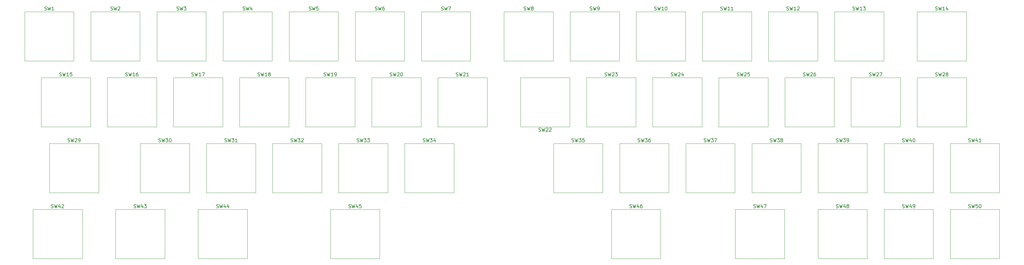
<source format=gbr>
%TF.GenerationSoftware,KiCad,Pcbnew,8.0.0*%
%TF.CreationDate,2024-03-22T00:44:03+00:00*%
%TF.ProjectId,40in60,3430696e-3630-42e6-9b69-6361645f7063,rev?*%
%TF.SameCoordinates,Original*%
%TF.FileFunction,Legend,Top*%
%TF.FilePolarity,Positive*%
%FSLAX46Y46*%
G04 Gerber Fmt 4.6, Leading zero omitted, Abs format (unit mm)*
G04 Created by KiCad (PCBNEW 8.0.0) date 2024-03-22 00:44:03*
%MOMM*%
%LPD*%
G01*
G04 APERTURE LIST*
%ADD10C,0.150000*%
%ADD11C,0.120000*%
G04 APERTURE END LIST*
D10*
X66894226Y-98087200D02*
X67037083Y-98134819D01*
X67037083Y-98134819D02*
X67275178Y-98134819D01*
X67275178Y-98134819D02*
X67370416Y-98087200D01*
X67370416Y-98087200D02*
X67418035Y-98039580D01*
X67418035Y-98039580D02*
X67465654Y-97944342D01*
X67465654Y-97944342D02*
X67465654Y-97849104D01*
X67465654Y-97849104D02*
X67418035Y-97753866D01*
X67418035Y-97753866D02*
X67370416Y-97706247D01*
X67370416Y-97706247D02*
X67275178Y-97658628D01*
X67275178Y-97658628D02*
X67084702Y-97611009D01*
X67084702Y-97611009D02*
X66989464Y-97563390D01*
X66989464Y-97563390D02*
X66941845Y-97515771D01*
X66941845Y-97515771D02*
X66894226Y-97420533D01*
X66894226Y-97420533D02*
X66894226Y-97325295D01*
X66894226Y-97325295D02*
X66941845Y-97230057D01*
X66941845Y-97230057D02*
X66989464Y-97182438D01*
X66989464Y-97182438D02*
X67084702Y-97134819D01*
X67084702Y-97134819D02*
X67322797Y-97134819D01*
X67322797Y-97134819D02*
X67465654Y-97182438D01*
X67798988Y-97134819D02*
X68037083Y-98134819D01*
X68037083Y-98134819D02*
X68227559Y-97420533D01*
X68227559Y-97420533D02*
X68418035Y-98134819D01*
X68418035Y-98134819D02*
X68656131Y-97134819D01*
X69465654Y-97468152D02*
X69465654Y-98134819D01*
X69227559Y-97087200D02*
X68989464Y-97801485D01*
X68989464Y-97801485D02*
X69608511Y-97801485D01*
X69894226Y-97134819D02*
X70513273Y-97134819D01*
X70513273Y-97134819D02*
X70179940Y-97515771D01*
X70179940Y-97515771D02*
X70322797Y-97515771D01*
X70322797Y-97515771D02*
X70418035Y-97563390D01*
X70418035Y-97563390D02*
X70465654Y-97611009D01*
X70465654Y-97611009D02*
X70513273Y-97706247D01*
X70513273Y-97706247D02*
X70513273Y-97944342D01*
X70513273Y-97944342D02*
X70465654Y-98039580D01*
X70465654Y-98039580D02*
X70418035Y-98087200D01*
X70418035Y-98087200D02*
X70322797Y-98134819D01*
X70322797Y-98134819D02*
X70037083Y-98134819D01*
X70037083Y-98134819D02*
X69941845Y-98087200D01*
X69941845Y-98087200D02*
X69894226Y-98039580D01*
X297875476Y-59987200D02*
X298018333Y-60034819D01*
X298018333Y-60034819D02*
X298256428Y-60034819D01*
X298256428Y-60034819D02*
X298351666Y-59987200D01*
X298351666Y-59987200D02*
X298399285Y-59939580D01*
X298399285Y-59939580D02*
X298446904Y-59844342D01*
X298446904Y-59844342D02*
X298446904Y-59749104D01*
X298446904Y-59749104D02*
X298399285Y-59653866D01*
X298399285Y-59653866D02*
X298351666Y-59606247D01*
X298351666Y-59606247D02*
X298256428Y-59558628D01*
X298256428Y-59558628D02*
X298065952Y-59511009D01*
X298065952Y-59511009D02*
X297970714Y-59463390D01*
X297970714Y-59463390D02*
X297923095Y-59415771D01*
X297923095Y-59415771D02*
X297875476Y-59320533D01*
X297875476Y-59320533D02*
X297875476Y-59225295D01*
X297875476Y-59225295D02*
X297923095Y-59130057D01*
X297923095Y-59130057D02*
X297970714Y-59082438D01*
X297970714Y-59082438D02*
X298065952Y-59034819D01*
X298065952Y-59034819D02*
X298304047Y-59034819D01*
X298304047Y-59034819D02*
X298446904Y-59082438D01*
X298780238Y-59034819D02*
X299018333Y-60034819D01*
X299018333Y-60034819D02*
X299208809Y-59320533D01*
X299208809Y-59320533D02*
X299399285Y-60034819D01*
X299399285Y-60034819D02*
X299637381Y-59034819D01*
X299970714Y-59130057D02*
X300018333Y-59082438D01*
X300018333Y-59082438D02*
X300113571Y-59034819D01*
X300113571Y-59034819D02*
X300351666Y-59034819D01*
X300351666Y-59034819D02*
X300446904Y-59082438D01*
X300446904Y-59082438D02*
X300494523Y-59130057D01*
X300494523Y-59130057D02*
X300542142Y-59225295D01*
X300542142Y-59225295D02*
X300542142Y-59320533D01*
X300542142Y-59320533D02*
X300494523Y-59463390D01*
X300494523Y-59463390D02*
X299923095Y-60034819D01*
X299923095Y-60034819D02*
X300542142Y-60034819D01*
X301113571Y-59463390D02*
X301018333Y-59415771D01*
X301018333Y-59415771D02*
X300970714Y-59368152D01*
X300970714Y-59368152D02*
X300923095Y-59272914D01*
X300923095Y-59272914D02*
X300923095Y-59225295D01*
X300923095Y-59225295D02*
X300970714Y-59130057D01*
X300970714Y-59130057D02*
X301018333Y-59082438D01*
X301018333Y-59082438D02*
X301113571Y-59034819D01*
X301113571Y-59034819D02*
X301304047Y-59034819D01*
X301304047Y-59034819D02*
X301399285Y-59082438D01*
X301399285Y-59082438D02*
X301446904Y-59130057D01*
X301446904Y-59130057D02*
X301494523Y-59225295D01*
X301494523Y-59225295D02*
X301494523Y-59272914D01*
X301494523Y-59272914D02*
X301446904Y-59368152D01*
X301446904Y-59368152D02*
X301399285Y-59415771D01*
X301399285Y-59415771D02*
X301304047Y-59463390D01*
X301304047Y-59463390D02*
X301113571Y-59463390D01*
X301113571Y-59463390D02*
X301018333Y-59511009D01*
X301018333Y-59511009D02*
X300970714Y-59558628D01*
X300970714Y-59558628D02*
X300923095Y-59653866D01*
X300923095Y-59653866D02*
X300923095Y-59844342D01*
X300923095Y-59844342D02*
X300970714Y-59939580D01*
X300970714Y-59939580D02*
X301018333Y-59987200D01*
X301018333Y-59987200D02*
X301113571Y-60034819D01*
X301113571Y-60034819D02*
X301304047Y-60034819D01*
X301304047Y-60034819D02*
X301399285Y-59987200D01*
X301399285Y-59987200D02*
X301446904Y-59939580D01*
X301446904Y-59939580D02*
X301494523Y-59844342D01*
X301494523Y-59844342D02*
X301494523Y-59653866D01*
X301494523Y-59653866D02*
X301446904Y-59558628D01*
X301446904Y-59558628D02*
X301399285Y-59511009D01*
X301399285Y-59511009D02*
X301304047Y-59463390D01*
X98326667Y-40937200D02*
X98469524Y-40984819D01*
X98469524Y-40984819D02*
X98707619Y-40984819D01*
X98707619Y-40984819D02*
X98802857Y-40937200D01*
X98802857Y-40937200D02*
X98850476Y-40889580D01*
X98850476Y-40889580D02*
X98898095Y-40794342D01*
X98898095Y-40794342D02*
X98898095Y-40699104D01*
X98898095Y-40699104D02*
X98850476Y-40603866D01*
X98850476Y-40603866D02*
X98802857Y-40556247D01*
X98802857Y-40556247D02*
X98707619Y-40508628D01*
X98707619Y-40508628D02*
X98517143Y-40461009D01*
X98517143Y-40461009D02*
X98421905Y-40413390D01*
X98421905Y-40413390D02*
X98374286Y-40365771D01*
X98374286Y-40365771D02*
X98326667Y-40270533D01*
X98326667Y-40270533D02*
X98326667Y-40175295D01*
X98326667Y-40175295D02*
X98374286Y-40080057D01*
X98374286Y-40080057D02*
X98421905Y-40032438D01*
X98421905Y-40032438D02*
X98517143Y-39984819D01*
X98517143Y-39984819D02*
X98755238Y-39984819D01*
X98755238Y-39984819D02*
X98898095Y-40032438D01*
X99231429Y-39984819D02*
X99469524Y-40984819D01*
X99469524Y-40984819D02*
X99660000Y-40270533D01*
X99660000Y-40270533D02*
X99850476Y-40984819D01*
X99850476Y-40984819D02*
X100088572Y-39984819D01*
X100898095Y-40318152D02*
X100898095Y-40984819D01*
X100660000Y-39937200D02*
X100421905Y-40651485D01*
X100421905Y-40651485D02*
X101040952Y-40651485D01*
X102612976Y-59987200D02*
X102755833Y-60034819D01*
X102755833Y-60034819D02*
X102993928Y-60034819D01*
X102993928Y-60034819D02*
X103089166Y-59987200D01*
X103089166Y-59987200D02*
X103136785Y-59939580D01*
X103136785Y-59939580D02*
X103184404Y-59844342D01*
X103184404Y-59844342D02*
X103184404Y-59749104D01*
X103184404Y-59749104D02*
X103136785Y-59653866D01*
X103136785Y-59653866D02*
X103089166Y-59606247D01*
X103089166Y-59606247D02*
X102993928Y-59558628D01*
X102993928Y-59558628D02*
X102803452Y-59511009D01*
X102803452Y-59511009D02*
X102708214Y-59463390D01*
X102708214Y-59463390D02*
X102660595Y-59415771D01*
X102660595Y-59415771D02*
X102612976Y-59320533D01*
X102612976Y-59320533D02*
X102612976Y-59225295D01*
X102612976Y-59225295D02*
X102660595Y-59130057D01*
X102660595Y-59130057D02*
X102708214Y-59082438D01*
X102708214Y-59082438D02*
X102803452Y-59034819D01*
X102803452Y-59034819D02*
X103041547Y-59034819D01*
X103041547Y-59034819D02*
X103184404Y-59082438D01*
X103517738Y-59034819D02*
X103755833Y-60034819D01*
X103755833Y-60034819D02*
X103946309Y-59320533D01*
X103946309Y-59320533D02*
X104136785Y-60034819D01*
X104136785Y-60034819D02*
X104374881Y-59034819D01*
X105279642Y-60034819D02*
X104708214Y-60034819D01*
X104993928Y-60034819D02*
X104993928Y-59034819D01*
X104993928Y-59034819D02*
X104898690Y-59177676D01*
X104898690Y-59177676D02*
X104803452Y-59272914D01*
X104803452Y-59272914D02*
X104708214Y-59320533D01*
X105851071Y-59463390D02*
X105755833Y-59415771D01*
X105755833Y-59415771D02*
X105708214Y-59368152D01*
X105708214Y-59368152D02*
X105660595Y-59272914D01*
X105660595Y-59272914D02*
X105660595Y-59225295D01*
X105660595Y-59225295D02*
X105708214Y-59130057D01*
X105708214Y-59130057D02*
X105755833Y-59082438D01*
X105755833Y-59082438D02*
X105851071Y-59034819D01*
X105851071Y-59034819D02*
X106041547Y-59034819D01*
X106041547Y-59034819D02*
X106136785Y-59082438D01*
X106136785Y-59082438D02*
X106184404Y-59130057D01*
X106184404Y-59130057D02*
X106232023Y-59225295D01*
X106232023Y-59225295D02*
X106232023Y-59272914D01*
X106232023Y-59272914D02*
X106184404Y-59368152D01*
X106184404Y-59368152D02*
X106136785Y-59415771D01*
X106136785Y-59415771D02*
X106041547Y-59463390D01*
X106041547Y-59463390D02*
X105851071Y-59463390D01*
X105851071Y-59463390D02*
X105755833Y-59511009D01*
X105755833Y-59511009D02*
X105708214Y-59558628D01*
X105708214Y-59558628D02*
X105660595Y-59653866D01*
X105660595Y-59653866D02*
X105660595Y-59844342D01*
X105660595Y-59844342D02*
X105708214Y-59939580D01*
X105708214Y-59939580D02*
X105755833Y-59987200D01*
X105755833Y-59987200D02*
X105851071Y-60034819D01*
X105851071Y-60034819D02*
X106041547Y-60034819D01*
X106041547Y-60034819D02*
X106136785Y-59987200D01*
X106136785Y-59987200D02*
X106184404Y-59939580D01*
X106184404Y-59939580D02*
X106232023Y-59844342D01*
X106232023Y-59844342D02*
X106232023Y-59653866D01*
X106232023Y-59653866D02*
X106184404Y-59558628D01*
X106184404Y-59558628D02*
X106136785Y-59511009D01*
X106136785Y-59511009D02*
X106041547Y-59463390D01*
X209769226Y-98087200D02*
X209912083Y-98134819D01*
X209912083Y-98134819D02*
X210150178Y-98134819D01*
X210150178Y-98134819D02*
X210245416Y-98087200D01*
X210245416Y-98087200D02*
X210293035Y-98039580D01*
X210293035Y-98039580D02*
X210340654Y-97944342D01*
X210340654Y-97944342D02*
X210340654Y-97849104D01*
X210340654Y-97849104D02*
X210293035Y-97753866D01*
X210293035Y-97753866D02*
X210245416Y-97706247D01*
X210245416Y-97706247D02*
X210150178Y-97658628D01*
X210150178Y-97658628D02*
X209959702Y-97611009D01*
X209959702Y-97611009D02*
X209864464Y-97563390D01*
X209864464Y-97563390D02*
X209816845Y-97515771D01*
X209816845Y-97515771D02*
X209769226Y-97420533D01*
X209769226Y-97420533D02*
X209769226Y-97325295D01*
X209769226Y-97325295D02*
X209816845Y-97230057D01*
X209816845Y-97230057D02*
X209864464Y-97182438D01*
X209864464Y-97182438D02*
X209959702Y-97134819D01*
X209959702Y-97134819D02*
X210197797Y-97134819D01*
X210197797Y-97134819D02*
X210340654Y-97182438D01*
X210673988Y-97134819D02*
X210912083Y-98134819D01*
X210912083Y-98134819D02*
X211102559Y-97420533D01*
X211102559Y-97420533D02*
X211293035Y-98134819D01*
X211293035Y-98134819D02*
X211531131Y-97134819D01*
X212340654Y-97468152D02*
X212340654Y-98134819D01*
X212102559Y-97087200D02*
X211864464Y-97801485D01*
X211864464Y-97801485D02*
X212483511Y-97801485D01*
X213293035Y-97134819D02*
X213102559Y-97134819D01*
X213102559Y-97134819D02*
X213007321Y-97182438D01*
X213007321Y-97182438D02*
X212959702Y-97230057D01*
X212959702Y-97230057D02*
X212864464Y-97372914D01*
X212864464Y-97372914D02*
X212816845Y-97563390D01*
X212816845Y-97563390D02*
X212816845Y-97944342D01*
X212816845Y-97944342D02*
X212864464Y-98039580D01*
X212864464Y-98039580D02*
X212912083Y-98087200D01*
X212912083Y-98087200D02*
X213007321Y-98134819D01*
X213007321Y-98134819D02*
X213197797Y-98134819D01*
X213197797Y-98134819D02*
X213293035Y-98087200D01*
X213293035Y-98087200D02*
X213340654Y-98039580D01*
X213340654Y-98039580D02*
X213388273Y-97944342D01*
X213388273Y-97944342D02*
X213388273Y-97706247D01*
X213388273Y-97706247D02*
X213340654Y-97611009D01*
X213340654Y-97611009D02*
X213293035Y-97563390D01*
X213293035Y-97563390D02*
X213197797Y-97515771D01*
X213197797Y-97515771D02*
X213007321Y-97515771D01*
X213007321Y-97515771D02*
X212912083Y-97563390D01*
X212912083Y-97563390D02*
X212864464Y-97611009D01*
X212864464Y-97611009D02*
X212816845Y-97706247D01*
X159762976Y-59987200D02*
X159905833Y-60034819D01*
X159905833Y-60034819D02*
X160143928Y-60034819D01*
X160143928Y-60034819D02*
X160239166Y-59987200D01*
X160239166Y-59987200D02*
X160286785Y-59939580D01*
X160286785Y-59939580D02*
X160334404Y-59844342D01*
X160334404Y-59844342D02*
X160334404Y-59749104D01*
X160334404Y-59749104D02*
X160286785Y-59653866D01*
X160286785Y-59653866D02*
X160239166Y-59606247D01*
X160239166Y-59606247D02*
X160143928Y-59558628D01*
X160143928Y-59558628D02*
X159953452Y-59511009D01*
X159953452Y-59511009D02*
X159858214Y-59463390D01*
X159858214Y-59463390D02*
X159810595Y-59415771D01*
X159810595Y-59415771D02*
X159762976Y-59320533D01*
X159762976Y-59320533D02*
X159762976Y-59225295D01*
X159762976Y-59225295D02*
X159810595Y-59130057D01*
X159810595Y-59130057D02*
X159858214Y-59082438D01*
X159858214Y-59082438D02*
X159953452Y-59034819D01*
X159953452Y-59034819D02*
X160191547Y-59034819D01*
X160191547Y-59034819D02*
X160334404Y-59082438D01*
X160667738Y-59034819D02*
X160905833Y-60034819D01*
X160905833Y-60034819D02*
X161096309Y-59320533D01*
X161096309Y-59320533D02*
X161286785Y-60034819D01*
X161286785Y-60034819D02*
X161524881Y-59034819D01*
X161858214Y-59130057D02*
X161905833Y-59082438D01*
X161905833Y-59082438D02*
X162001071Y-59034819D01*
X162001071Y-59034819D02*
X162239166Y-59034819D01*
X162239166Y-59034819D02*
X162334404Y-59082438D01*
X162334404Y-59082438D02*
X162382023Y-59130057D01*
X162382023Y-59130057D02*
X162429642Y-59225295D01*
X162429642Y-59225295D02*
X162429642Y-59320533D01*
X162429642Y-59320533D02*
X162382023Y-59463390D01*
X162382023Y-59463390D02*
X161810595Y-60034819D01*
X161810595Y-60034819D02*
X162429642Y-60034819D01*
X163382023Y-60034819D02*
X162810595Y-60034819D01*
X163096309Y-60034819D02*
X163096309Y-59034819D01*
X163096309Y-59034819D02*
X163001071Y-59177676D01*
X163001071Y-59177676D02*
X162905833Y-59272914D01*
X162905833Y-59272914D02*
X162810595Y-59320533D01*
X288350476Y-79037200D02*
X288493333Y-79084819D01*
X288493333Y-79084819D02*
X288731428Y-79084819D01*
X288731428Y-79084819D02*
X288826666Y-79037200D01*
X288826666Y-79037200D02*
X288874285Y-78989580D01*
X288874285Y-78989580D02*
X288921904Y-78894342D01*
X288921904Y-78894342D02*
X288921904Y-78799104D01*
X288921904Y-78799104D02*
X288874285Y-78703866D01*
X288874285Y-78703866D02*
X288826666Y-78656247D01*
X288826666Y-78656247D02*
X288731428Y-78608628D01*
X288731428Y-78608628D02*
X288540952Y-78561009D01*
X288540952Y-78561009D02*
X288445714Y-78513390D01*
X288445714Y-78513390D02*
X288398095Y-78465771D01*
X288398095Y-78465771D02*
X288350476Y-78370533D01*
X288350476Y-78370533D02*
X288350476Y-78275295D01*
X288350476Y-78275295D02*
X288398095Y-78180057D01*
X288398095Y-78180057D02*
X288445714Y-78132438D01*
X288445714Y-78132438D02*
X288540952Y-78084819D01*
X288540952Y-78084819D02*
X288779047Y-78084819D01*
X288779047Y-78084819D02*
X288921904Y-78132438D01*
X289255238Y-78084819D02*
X289493333Y-79084819D01*
X289493333Y-79084819D02*
X289683809Y-78370533D01*
X289683809Y-78370533D02*
X289874285Y-79084819D01*
X289874285Y-79084819D02*
X290112381Y-78084819D01*
X290921904Y-78418152D02*
X290921904Y-79084819D01*
X290683809Y-78037200D02*
X290445714Y-78751485D01*
X290445714Y-78751485D02*
X291064761Y-78751485D01*
X291636190Y-78084819D02*
X291731428Y-78084819D01*
X291731428Y-78084819D02*
X291826666Y-78132438D01*
X291826666Y-78132438D02*
X291874285Y-78180057D01*
X291874285Y-78180057D02*
X291921904Y-78275295D01*
X291921904Y-78275295D02*
X291969523Y-78465771D01*
X291969523Y-78465771D02*
X291969523Y-78703866D01*
X291969523Y-78703866D02*
X291921904Y-78894342D01*
X291921904Y-78894342D02*
X291874285Y-78989580D01*
X291874285Y-78989580D02*
X291826666Y-79037200D01*
X291826666Y-79037200D02*
X291731428Y-79084819D01*
X291731428Y-79084819D02*
X291636190Y-79084819D01*
X291636190Y-79084819D02*
X291540952Y-79037200D01*
X291540952Y-79037200D02*
X291493333Y-78989580D01*
X291493333Y-78989580D02*
X291445714Y-78894342D01*
X291445714Y-78894342D02*
X291398095Y-78703866D01*
X291398095Y-78703866D02*
X291398095Y-78465771D01*
X291398095Y-78465771D02*
X291445714Y-78275295D01*
X291445714Y-78275295D02*
X291493333Y-78180057D01*
X291493333Y-78180057D02*
X291540952Y-78132438D01*
X291540952Y-78132438D02*
X291636190Y-78084819D01*
X136426667Y-40937200D02*
X136569524Y-40984819D01*
X136569524Y-40984819D02*
X136807619Y-40984819D01*
X136807619Y-40984819D02*
X136902857Y-40937200D01*
X136902857Y-40937200D02*
X136950476Y-40889580D01*
X136950476Y-40889580D02*
X136998095Y-40794342D01*
X136998095Y-40794342D02*
X136998095Y-40699104D01*
X136998095Y-40699104D02*
X136950476Y-40603866D01*
X136950476Y-40603866D02*
X136902857Y-40556247D01*
X136902857Y-40556247D02*
X136807619Y-40508628D01*
X136807619Y-40508628D02*
X136617143Y-40461009D01*
X136617143Y-40461009D02*
X136521905Y-40413390D01*
X136521905Y-40413390D02*
X136474286Y-40365771D01*
X136474286Y-40365771D02*
X136426667Y-40270533D01*
X136426667Y-40270533D02*
X136426667Y-40175295D01*
X136426667Y-40175295D02*
X136474286Y-40080057D01*
X136474286Y-40080057D02*
X136521905Y-40032438D01*
X136521905Y-40032438D02*
X136617143Y-39984819D01*
X136617143Y-39984819D02*
X136855238Y-39984819D01*
X136855238Y-39984819D02*
X136998095Y-40032438D01*
X137331429Y-39984819D02*
X137569524Y-40984819D01*
X137569524Y-40984819D02*
X137760000Y-40270533D01*
X137760000Y-40270533D02*
X137950476Y-40984819D01*
X137950476Y-40984819D02*
X138188572Y-39984819D01*
X138998095Y-39984819D02*
X138807619Y-39984819D01*
X138807619Y-39984819D02*
X138712381Y-40032438D01*
X138712381Y-40032438D02*
X138664762Y-40080057D01*
X138664762Y-40080057D02*
X138569524Y-40222914D01*
X138569524Y-40222914D02*
X138521905Y-40413390D01*
X138521905Y-40413390D02*
X138521905Y-40794342D01*
X138521905Y-40794342D02*
X138569524Y-40889580D01*
X138569524Y-40889580D02*
X138617143Y-40937200D01*
X138617143Y-40937200D02*
X138712381Y-40984819D01*
X138712381Y-40984819D02*
X138902857Y-40984819D01*
X138902857Y-40984819D02*
X138998095Y-40937200D01*
X138998095Y-40937200D02*
X139045714Y-40889580D01*
X139045714Y-40889580D02*
X139093333Y-40794342D01*
X139093333Y-40794342D02*
X139093333Y-40556247D01*
X139093333Y-40556247D02*
X139045714Y-40461009D01*
X139045714Y-40461009D02*
X138998095Y-40413390D01*
X138998095Y-40413390D02*
X138902857Y-40365771D01*
X138902857Y-40365771D02*
X138712381Y-40365771D01*
X138712381Y-40365771D02*
X138617143Y-40413390D01*
X138617143Y-40413390D02*
X138569524Y-40461009D01*
X138569524Y-40461009D02*
X138521905Y-40556247D01*
X216912976Y-40937200D02*
X217055833Y-40984819D01*
X217055833Y-40984819D02*
X217293928Y-40984819D01*
X217293928Y-40984819D02*
X217389166Y-40937200D01*
X217389166Y-40937200D02*
X217436785Y-40889580D01*
X217436785Y-40889580D02*
X217484404Y-40794342D01*
X217484404Y-40794342D02*
X217484404Y-40699104D01*
X217484404Y-40699104D02*
X217436785Y-40603866D01*
X217436785Y-40603866D02*
X217389166Y-40556247D01*
X217389166Y-40556247D02*
X217293928Y-40508628D01*
X217293928Y-40508628D02*
X217103452Y-40461009D01*
X217103452Y-40461009D02*
X217008214Y-40413390D01*
X217008214Y-40413390D02*
X216960595Y-40365771D01*
X216960595Y-40365771D02*
X216912976Y-40270533D01*
X216912976Y-40270533D02*
X216912976Y-40175295D01*
X216912976Y-40175295D02*
X216960595Y-40080057D01*
X216960595Y-40080057D02*
X217008214Y-40032438D01*
X217008214Y-40032438D02*
X217103452Y-39984819D01*
X217103452Y-39984819D02*
X217341547Y-39984819D01*
X217341547Y-39984819D02*
X217484404Y-40032438D01*
X217817738Y-39984819D02*
X218055833Y-40984819D01*
X218055833Y-40984819D02*
X218246309Y-40270533D01*
X218246309Y-40270533D02*
X218436785Y-40984819D01*
X218436785Y-40984819D02*
X218674881Y-39984819D01*
X219579642Y-40984819D02*
X219008214Y-40984819D01*
X219293928Y-40984819D02*
X219293928Y-39984819D01*
X219293928Y-39984819D02*
X219198690Y-40127676D01*
X219198690Y-40127676D02*
X219103452Y-40222914D01*
X219103452Y-40222914D02*
X219008214Y-40270533D01*
X220198690Y-39984819D02*
X220293928Y-39984819D01*
X220293928Y-39984819D02*
X220389166Y-40032438D01*
X220389166Y-40032438D02*
X220436785Y-40080057D01*
X220436785Y-40080057D02*
X220484404Y-40175295D01*
X220484404Y-40175295D02*
X220532023Y-40365771D01*
X220532023Y-40365771D02*
X220532023Y-40603866D01*
X220532023Y-40603866D02*
X220484404Y-40794342D01*
X220484404Y-40794342D02*
X220436785Y-40889580D01*
X220436785Y-40889580D02*
X220389166Y-40937200D01*
X220389166Y-40937200D02*
X220293928Y-40984819D01*
X220293928Y-40984819D02*
X220198690Y-40984819D01*
X220198690Y-40984819D02*
X220103452Y-40937200D01*
X220103452Y-40937200D02*
X220055833Y-40889580D01*
X220055833Y-40889580D02*
X220008214Y-40794342D01*
X220008214Y-40794342D02*
X219960595Y-40603866D01*
X219960595Y-40603866D02*
X219960595Y-40365771D01*
X219960595Y-40365771D02*
X220008214Y-40175295D01*
X220008214Y-40175295D02*
X220055833Y-40080057D01*
X220055833Y-40080057D02*
X220103452Y-40032438D01*
X220103452Y-40032438D02*
X220198690Y-39984819D01*
X269300476Y-79037200D02*
X269443333Y-79084819D01*
X269443333Y-79084819D02*
X269681428Y-79084819D01*
X269681428Y-79084819D02*
X269776666Y-79037200D01*
X269776666Y-79037200D02*
X269824285Y-78989580D01*
X269824285Y-78989580D02*
X269871904Y-78894342D01*
X269871904Y-78894342D02*
X269871904Y-78799104D01*
X269871904Y-78799104D02*
X269824285Y-78703866D01*
X269824285Y-78703866D02*
X269776666Y-78656247D01*
X269776666Y-78656247D02*
X269681428Y-78608628D01*
X269681428Y-78608628D02*
X269490952Y-78561009D01*
X269490952Y-78561009D02*
X269395714Y-78513390D01*
X269395714Y-78513390D02*
X269348095Y-78465771D01*
X269348095Y-78465771D02*
X269300476Y-78370533D01*
X269300476Y-78370533D02*
X269300476Y-78275295D01*
X269300476Y-78275295D02*
X269348095Y-78180057D01*
X269348095Y-78180057D02*
X269395714Y-78132438D01*
X269395714Y-78132438D02*
X269490952Y-78084819D01*
X269490952Y-78084819D02*
X269729047Y-78084819D01*
X269729047Y-78084819D02*
X269871904Y-78132438D01*
X270205238Y-78084819D02*
X270443333Y-79084819D01*
X270443333Y-79084819D02*
X270633809Y-78370533D01*
X270633809Y-78370533D02*
X270824285Y-79084819D01*
X270824285Y-79084819D02*
X271062381Y-78084819D01*
X271348095Y-78084819D02*
X271967142Y-78084819D01*
X271967142Y-78084819D02*
X271633809Y-78465771D01*
X271633809Y-78465771D02*
X271776666Y-78465771D01*
X271776666Y-78465771D02*
X271871904Y-78513390D01*
X271871904Y-78513390D02*
X271919523Y-78561009D01*
X271919523Y-78561009D02*
X271967142Y-78656247D01*
X271967142Y-78656247D02*
X271967142Y-78894342D01*
X271967142Y-78894342D02*
X271919523Y-78989580D01*
X271919523Y-78989580D02*
X271871904Y-79037200D01*
X271871904Y-79037200D02*
X271776666Y-79084819D01*
X271776666Y-79084819D02*
X271490952Y-79084819D01*
X271490952Y-79084819D02*
X271395714Y-79037200D01*
X271395714Y-79037200D02*
X271348095Y-78989580D01*
X272443333Y-79084819D02*
X272633809Y-79084819D01*
X272633809Y-79084819D02*
X272729047Y-79037200D01*
X272729047Y-79037200D02*
X272776666Y-78989580D01*
X272776666Y-78989580D02*
X272871904Y-78846723D01*
X272871904Y-78846723D02*
X272919523Y-78656247D01*
X272919523Y-78656247D02*
X272919523Y-78275295D01*
X272919523Y-78275295D02*
X272871904Y-78180057D01*
X272871904Y-78180057D02*
X272824285Y-78132438D01*
X272824285Y-78132438D02*
X272729047Y-78084819D01*
X272729047Y-78084819D02*
X272538571Y-78084819D01*
X272538571Y-78084819D02*
X272443333Y-78132438D01*
X272443333Y-78132438D02*
X272395714Y-78180057D01*
X272395714Y-78180057D02*
X272348095Y-78275295D01*
X272348095Y-78275295D02*
X272348095Y-78513390D01*
X272348095Y-78513390D02*
X272395714Y-78608628D01*
X272395714Y-78608628D02*
X272443333Y-78656247D01*
X272443333Y-78656247D02*
X272538571Y-78703866D01*
X272538571Y-78703866D02*
X272729047Y-78703866D01*
X272729047Y-78703866D02*
X272824285Y-78656247D01*
X272824285Y-78656247D02*
X272871904Y-78608628D01*
X272871904Y-78608628D02*
X272919523Y-78513390D01*
X212150476Y-79037200D02*
X212293333Y-79084819D01*
X212293333Y-79084819D02*
X212531428Y-79084819D01*
X212531428Y-79084819D02*
X212626666Y-79037200D01*
X212626666Y-79037200D02*
X212674285Y-78989580D01*
X212674285Y-78989580D02*
X212721904Y-78894342D01*
X212721904Y-78894342D02*
X212721904Y-78799104D01*
X212721904Y-78799104D02*
X212674285Y-78703866D01*
X212674285Y-78703866D02*
X212626666Y-78656247D01*
X212626666Y-78656247D02*
X212531428Y-78608628D01*
X212531428Y-78608628D02*
X212340952Y-78561009D01*
X212340952Y-78561009D02*
X212245714Y-78513390D01*
X212245714Y-78513390D02*
X212198095Y-78465771D01*
X212198095Y-78465771D02*
X212150476Y-78370533D01*
X212150476Y-78370533D02*
X212150476Y-78275295D01*
X212150476Y-78275295D02*
X212198095Y-78180057D01*
X212198095Y-78180057D02*
X212245714Y-78132438D01*
X212245714Y-78132438D02*
X212340952Y-78084819D01*
X212340952Y-78084819D02*
X212579047Y-78084819D01*
X212579047Y-78084819D02*
X212721904Y-78132438D01*
X213055238Y-78084819D02*
X213293333Y-79084819D01*
X213293333Y-79084819D02*
X213483809Y-78370533D01*
X213483809Y-78370533D02*
X213674285Y-79084819D01*
X213674285Y-79084819D02*
X213912381Y-78084819D01*
X214198095Y-78084819D02*
X214817142Y-78084819D01*
X214817142Y-78084819D02*
X214483809Y-78465771D01*
X214483809Y-78465771D02*
X214626666Y-78465771D01*
X214626666Y-78465771D02*
X214721904Y-78513390D01*
X214721904Y-78513390D02*
X214769523Y-78561009D01*
X214769523Y-78561009D02*
X214817142Y-78656247D01*
X214817142Y-78656247D02*
X214817142Y-78894342D01*
X214817142Y-78894342D02*
X214769523Y-78989580D01*
X214769523Y-78989580D02*
X214721904Y-79037200D01*
X214721904Y-79037200D02*
X214626666Y-79084819D01*
X214626666Y-79084819D02*
X214340952Y-79084819D01*
X214340952Y-79084819D02*
X214245714Y-79037200D01*
X214245714Y-79037200D02*
X214198095Y-78989580D01*
X215674285Y-78084819D02*
X215483809Y-78084819D01*
X215483809Y-78084819D02*
X215388571Y-78132438D01*
X215388571Y-78132438D02*
X215340952Y-78180057D01*
X215340952Y-78180057D02*
X215245714Y-78322914D01*
X215245714Y-78322914D02*
X215198095Y-78513390D01*
X215198095Y-78513390D02*
X215198095Y-78894342D01*
X215198095Y-78894342D02*
X215245714Y-78989580D01*
X215245714Y-78989580D02*
X215293333Y-79037200D01*
X215293333Y-79037200D02*
X215388571Y-79084819D01*
X215388571Y-79084819D02*
X215579047Y-79084819D01*
X215579047Y-79084819D02*
X215674285Y-79037200D01*
X215674285Y-79037200D02*
X215721904Y-78989580D01*
X215721904Y-78989580D02*
X215769523Y-78894342D01*
X215769523Y-78894342D02*
X215769523Y-78656247D01*
X215769523Y-78656247D02*
X215721904Y-78561009D01*
X215721904Y-78561009D02*
X215674285Y-78513390D01*
X215674285Y-78513390D02*
X215579047Y-78465771D01*
X215579047Y-78465771D02*
X215388571Y-78465771D01*
X215388571Y-78465771D02*
X215293333Y-78513390D01*
X215293333Y-78513390D02*
X215245714Y-78561009D01*
X215245714Y-78561009D02*
X215198095Y-78656247D01*
X274062976Y-40937200D02*
X274205833Y-40984819D01*
X274205833Y-40984819D02*
X274443928Y-40984819D01*
X274443928Y-40984819D02*
X274539166Y-40937200D01*
X274539166Y-40937200D02*
X274586785Y-40889580D01*
X274586785Y-40889580D02*
X274634404Y-40794342D01*
X274634404Y-40794342D02*
X274634404Y-40699104D01*
X274634404Y-40699104D02*
X274586785Y-40603866D01*
X274586785Y-40603866D02*
X274539166Y-40556247D01*
X274539166Y-40556247D02*
X274443928Y-40508628D01*
X274443928Y-40508628D02*
X274253452Y-40461009D01*
X274253452Y-40461009D02*
X274158214Y-40413390D01*
X274158214Y-40413390D02*
X274110595Y-40365771D01*
X274110595Y-40365771D02*
X274062976Y-40270533D01*
X274062976Y-40270533D02*
X274062976Y-40175295D01*
X274062976Y-40175295D02*
X274110595Y-40080057D01*
X274110595Y-40080057D02*
X274158214Y-40032438D01*
X274158214Y-40032438D02*
X274253452Y-39984819D01*
X274253452Y-39984819D02*
X274491547Y-39984819D01*
X274491547Y-39984819D02*
X274634404Y-40032438D01*
X274967738Y-39984819D02*
X275205833Y-40984819D01*
X275205833Y-40984819D02*
X275396309Y-40270533D01*
X275396309Y-40270533D02*
X275586785Y-40984819D01*
X275586785Y-40984819D02*
X275824881Y-39984819D01*
X276729642Y-40984819D02*
X276158214Y-40984819D01*
X276443928Y-40984819D02*
X276443928Y-39984819D01*
X276443928Y-39984819D02*
X276348690Y-40127676D01*
X276348690Y-40127676D02*
X276253452Y-40222914D01*
X276253452Y-40222914D02*
X276158214Y-40270533D01*
X277062976Y-39984819D02*
X277682023Y-39984819D01*
X277682023Y-39984819D02*
X277348690Y-40365771D01*
X277348690Y-40365771D02*
X277491547Y-40365771D01*
X277491547Y-40365771D02*
X277586785Y-40413390D01*
X277586785Y-40413390D02*
X277634404Y-40461009D01*
X277634404Y-40461009D02*
X277682023Y-40556247D01*
X277682023Y-40556247D02*
X277682023Y-40794342D01*
X277682023Y-40794342D02*
X277634404Y-40889580D01*
X277634404Y-40889580D02*
X277586785Y-40937200D01*
X277586785Y-40937200D02*
X277491547Y-40984819D01*
X277491547Y-40984819D02*
X277205833Y-40984819D01*
X277205833Y-40984819D02*
X277110595Y-40937200D01*
X277110595Y-40937200D02*
X277062976Y-40889580D01*
X45462976Y-59987200D02*
X45605833Y-60034819D01*
X45605833Y-60034819D02*
X45843928Y-60034819D01*
X45843928Y-60034819D02*
X45939166Y-59987200D01*
X45939166Y-59987200D02*
X45986785Y-59939580D01*
X45986785Y-59939580D02*
X46034404Y-59844342D01*
X46034404Y-59844342D02*
X46034404Y-59749104D01*
X46034404Y-59749104D02*
X45986785Y-59653866D01*
X45986785Y-59653866D02*
X45939166Y-59606247D01*
X45939166Y-59606247D02*
X45843928Y-59558628D01*
X45843928Y-59558628D02*
X45653452Y-59511009D01*
X45653452Y-59511009D02*
X45558214Y-59463390D01*
X45558214Y-59463390D02*
X45510595Y-59415771D01*
X45510595Y-59415771D02*
X45462976Y-59320533D01*
X45462976Y-59320533D02*
X45462976Y-59225295D01*
X45462976Y-59225295D02*
X45510595Y-59130057D01*
X45510595Y-59130057D02*
X45558214Y-59082438D01*
X45558214Y-59082438D02*
X45653452Y-59034819D01*
X45653452Y-59034819D02*
X45891547Y-59034819D01*
X45891547Y-59034819D02*
X46034404Y-59082438D01*
X46367738Y-59034819D02*
X46605833Y-60034819D01*
X46605833Y-60034819D02*
X46796309Y-59320533D01*
X46796309Y-59320533D02*
X46986785Y-60034819D01*
X46986785Y-60034819D02*
X47224881Y-59034819D01*
X48129642Y-60034819D02*
X47558214Y-60034819D01*
X47843928Y-60034819D02*
X47843928Y-59034819D01*
X47843928Y-59034819D02*
X47748690Y-59177676D01*
X47748690Y-59177676D02*
X47653452Y-59272914D01*
X47653452Y-59272914D02*
X47558214Y-59320533D01*
X49034404Y-59034819D02*
X48558214Y-59034819D01*
X48558214Y-59034819D02*
X48510595Y-59511009D01*
X48510595Y-59511009D02*
X48558214Y-59463390D01*
X48558214Y-59463390D02*
X48653452Y-59415771D01*
X48653452Y-59415771D02*
X48891547Y-59415771D01*
X48891547Y-59415771D02*
X48986785Y-59463390D01*
X48986785Y-59463390D02*
X49034404Y-59511009D01*
X49034404Y-59511009D02*
X49082023Y-59606247D01*
X49082023Y-59606247D02*
X49082023Y-59844342D01*
X49082023Y-59844342D02*
X49034404Y-59939580D01*
X49034404Y-59939580D02*
X48986785Y-59987200D01*
X48986785Y-59987200D02*
X48891547Y-60034819D01*
X48891547Y-60034819D02*
X48653452Y-60034819D01*
X48653452Y-60034819D02*
X48558214Y-59987200D01*
X48558214Y-59987200D02*
X48510595Y-59939580D01*
X240725476Y-59987200D02*
X240868333Y-60034819D01*
X240868333Y-60034819D02*
X241106428Y-60034819D01*
X241106428Y-60034819D02*
X241201666Y-59987200D01*
X241201666Y-59987200D02*
X241249285Y-59939580D01*
X241249285Y-59939580D02*
X241296904Y-59844342D01*
X241296904Y-59844342D02*
X241296904Y-59749104D01*
X241296904Y-59749104D02*
X241249285Y-59653866D01*
X241249285Y-59653866D02*
X241201666Y-59606247D01*
X241201666Y-59606247D02*
X241106428Y-59558628D01*
X241106428Y-59558628D02*
X240915952Y-59511009D01*
X240915952Y-59511009D02*
X240820714Y-59463390D01*
X240820714Y-59463390D02*
X240773095Y-59415771D01*
X240773095Y-59415771D02*
X240725476Y-59320533D01*
X240725476Y-59320533D02*
X240725476Y-59225295D01*
X240725476Y-59225295D02*
X240773095Y-59130057D01*
X240773095Y-59130057D02*
X240820714Y-59082438D01*
X240820714Y-59082438D02*
X240915952Y-59034819D01*
X240915952Y-59034819D02*
X241154047Y-59034819D01*
X241154047Y-59034819D02*
X241296904Y-59082438D01*
X241630238Y-59034819D02*
X241868333Y-60034819D01*
X241868333Y-60034819D02*
X242058809Y-59320533D01*
X242058809Y-59320533D02*
X242249285Y-60034819D01*
X242249285Y-60034819D02*
X242487381Y-59034819D01*
X242820714Y-59130057D02*
X242868333Y-59082438D01*
X242868333Y-59082438D02*
X242963571Y-59034819D01*
X242963571Y-59034819D02*
X243201666Y-59034819D01*
X243201666Y-59034819D02*
X243296904Y-59082438D01*
X243296904Y-59082438D02*
X243344523Y-59130057D01*
X243344523Y-59130057D02*
X243392142Y-59225295D01*
X243392142Y-59225295D02*
X243392142Y-59320533D01*
X243392142Y-59320533D02*
X243344523Y-59463390D01*
X243344523Y-59463390D02*
X242773095Y-60034819D01*
X242773095Y-60034819D02*
X243392142Y-60034819D01*
X244296904Y-59034819D02*
X243820714Y-59034819D01*
X243820714Y-59034819D02*
X243773095Y-59511009D01*
X243773095Y-59511009D02*
X243820714Y-59463390D01*
X243820714Y-59463390D02*
X243915952Y-59415771D01*
X243915952Y-59415771D02*
X244154047Y-59415771D01*
X244154047Y-59415771D02*
X244249285Y-59463390D01*
X244249285Y-59463390D02*
X244296904Y-59511009D01*
X244296904Y-59511009D02*
X244344523Y-59606247D01*
X244344523Y-59606247D02*
X244344523Y-59844342D01*
X244344523Y-59844342D02*
X244296904Y-59939580D01*
X244296904Y-59939580D02*
X244249285Y-59987200D01*
X244249285Y-59987200D02*
X244154047Y-60034819D01*
X244154047Y-60034819D02*
X243915952Y-60034819D01*
X243915952Y-60034819D02*
X243820714Y-59987200D01*
X243820714Y-59987200D02*
X243773095Y-59939580D01*
X259775476Y-59987200D02*
X259918333Y-60034819D01*
X259918333Y-60034819D02*
X260156428Y-60034819D01*
X260156428Y-60034819D02*
X260251666Y-59987200D01*
X260251666Y-59987200D02*
X260299285Y-59939580D01*
X260299285Y-59939580D02*
X260346904Y-59844342D01*
X260346904Y-59844342D02*
X260346904Y-59749104D01*
X260346904Y-59749104D02*
X260299285Y-59653866D01*
X260299285Y-59653866D02*
X260251666Y-59606247D01*
X260251666Y-59606247D02*
X260156428Y-59558628D01*
X260156428Y-59558628D02*
X259965952Y-59511009D01*
X259965952Y-59511009D02*
X259870714Y-59463390D01*
X259870714Y-59463390D02*
X259823095Y-59415771D01*
X259823095Y-59415771D02*
X259775476Y-59320533D01*
X259775476Y-59320533D02*
X259775476Y-59225295D01*
X259775476Y-59225295D02*
X259823095Y-59130057D01*
X259823095Y-59130057D02*
X259870714Y-59082438D01*
X259870714Y-59082438D02*
X259965952Y-59034819D01*
X259965952Y-59034819D02*
X260204047Y-59034819D01*
X260204047Y-59034819D02*
X260346904Y-59082438D01*
X260680238Y-59034819D02*
X260918333Y-60034819D01*
X260918333Y-60034819D02*
X261108809Y-59320533D01*
X261108809Y-59320533D02*
X261299285Y-60034819D01*
X261299285Y-60034819D02*
X261537381Y-59034819D01*
X261870714Y-59130057D02*
X261918333Y-59082438D01*
X261918333Y-59082438D02*
X262013571Y-59034819D01*
X262013571Y-59034819D02*
X262251666Y-59034819D01*
X262251666Y-59034819D02*
X262346904Y-59082438D01*
X262346904Y-59082438D02*
X262394523Y-59130057D01*
X262394523Y-59130057D02*
X262442142Y-59225295D01*
X262442142Y-59225295D02*
X262442142Y-59320533D01*
X262442142Y-59320533D02*
X262394523Y-59463390D01*
X262394523Y-59463390D02*
X261823095Y-60034819D01*
X261823095Y-60034819D02*
X262442142Y-60034819D01*
X263299285Y-59034819D02*
X263108809Y-59034819D01*
X263108809Y-59034819D02*
X263013571Y-59082438D01*
X263013571Y-59082438D02*
X262965952Y-59130057D01*
X262965952Y-59130057D02*
X262870714Y-59272914D01*
X262870714Y-59272914D02*
X262823095Y-59463390D01*
X262823095Y-59463390D02*
X262823095Y-59844342D01*
X262823095Y-59844342D02*
X262870714Y-59939580D01*
X262870714Y-59939580D02*
X262918333Y-59987200D01*
X262918333Y-59987200D02*
X263013571Y-60034819D01*
X263013571Y-60034819D02*
X263204047Y-60034819D01*
X263204047Y-60034819D02*
X263299285Y-59987200D01*
X263299285Y-59987200D02*
X263346904Y-59939580D01*
X263346904Y-59939580D02*
X263394523Y-59844342D01*
X263394523Y-59844342D02*
X263394523Y-59606247D01*
X263394523Y-59606247D02*
X263346904Y-59511009D01*
X263346904Y-59511009D02*
X263299285Y-59463390D01*
X263299285Y-59463390D02*
X263204047Y-59415771D01*
X263204047Y-59415771D02*
X263013571Y-59415771D01*
X263013571Y-59415771D02*
X262918333Y-59463390D01*
X262918333Y-59463390D02*
X262870714Y-59511009D01*
X262870714Y-59511009D02*
X262823095Y-59606247D01*
X112137976Y-79037200D02*
X112280833Y-79084819D01*
X112280833Y-79084819D02*
X112518928Y-79084819D01*
X112518928Y-79084819D02*
X112614166Y-79037200D01*
X112614166Y-79037200D02*
X112661785Y-78989580D01*
X112661785Y-78989580D02*
X112709404Y-78894342D01*
X112709404Y-78894342D02*
X112709404Y-78799104D01*
X112709404Y-78799104D02*
X112661785Y-78703866D01*
X112661785Y-78703866D02*
X112614166Y-78656247D01*
X112614166Y-78656247D02*
X112518928Y-78608628D01*
X112518928Y-78608628D02*
X112328452Y-78561009D01*
X112328452Y-78561009D02*
X112233214Y-78513390D01*
X112233214Y-78513390D02*
X112185595Y-78465771D01*
X112185595Y-78465771D02*
X112137976Y-78370533D01*
X112137976Y-78370533D02*
X112137976Y-78275295D01*
X112137976Y-78275295D02*
X112185595Y-78180057D01*
X112185595Y-78180057D02*
X112233214Y-78132438D01*
X112233214Y-78132438D02*
X112328452Y-78084819D01*
X112328452Y-78084819D02*
X112566547Y-78084819D01*
X112566547Y-78084819D02*
X112709404Y-78132438D01*
X113042738Y-78084819D02*
X113280833Y-79084819D01*
X113280833Y-79084819D02*
X113471309Y-78370533D01*
X113471309Y-78370533D02*
X113661785Y-79084819D01*
X113661785Y-79084819D02*
X113899881Y-78084819D01*
X114185595Y-78084819D02*
X114804642Y-78084819D01*
X114804642Y-78084819D02*
X114471309Y-78465771D01*
X114471309Y-78465771D02*
X114614166Y-78465771D01*
X114614166Y-78465771D02*
X114709404Y-78513390D01*
X114709404Y-78513390D02*
X114757023Y-78561009D01*
X114757023Y-78561009D02*
X114804642Y-78656247D01*
X114804642Y-78656247D02*
X114804642Y-78894342D01*
X114804642Y-78894342D02*
X114757023Y-78989580D01*
X114757023Y-78989580D02*
X114709404Y-79037200D01*
X114709404Y-79037200D02*
X114614166Y-79084819D01*
X114614166Y-79084819D02*
X114328452Y-79084819D01*
X114328452Y-79084819D02*
X114233214Y-79037200D01*
X114233214Y-79037200D02*
X114185595Y-78989580D01*
X115185595Y-78180057D02*
X115233214Y-78132438D01*
X115233214Y-78132438D02*
X115328452Y-78084819D01*
X115328452Y-78084819D02*
X115566547Y-78084819D01*
X115566547Y-78084819D02*
X115661785Y-78132438D01*
X115661785Y-78132438D02*
X115709404Y-78180057D01*
X115709404Y-78180057D02*
X115757023Y-78275295D01*
X115757023Y-78275295D02*
X115757023Y-78370533D01*
X115757023Y-78370533D02*
X115709404Y-78513390D01*
X115709404Y-78513390D02*
X115137976Y-79084819D01*
X115137976Y-79084819D02*
X115757023Y-79084819D01*
X140712976Y-59987200D02*
X140855833Y-60034819D01*
X140855833Y-60034819D02*
X141093928Y-60034819D01*
X141093928Y-60034819D02*
X141189166Y-59987200D01*
X141189166Y-59987200D02*
X141236785Y-59939580D01*
X141236785Y-59939580D02*
X141284404Y-59844342D01*
X141284404Y-59844342D02*
X141284404Y-59749104D01*
X141284404Y-59749104D02*
X141236785Y-59653866D01*
X141236785Y-59653866D02*
X141189166Y-59606247D01*
X141189166Y-59606247D02*
X141093928Y-59558628D01*
X141093928Y-59558628D02*
X140903452Y-59511009D01*
X140903452Y-59511009D02*
X140808214Y-59463390D01*
X140808214Y-59463390D02*
X140760595Y-59415771D01*
X140760595Y-59415771D02*
X140712976Y-59320533D01*
X140712976Y-59320533D02*
X140712976Y-59225295D01*
X140712976Y-59225295D02*
X140760595Y-59130057D01*
X140760595Y-59130057D02*
X140808214Y-59082438D01*
X140808214Y-59082438D02*
X140903452Y-59034819D01*
X140903452Y-59034819D02*
X141141547Y-59034819D01*
X141141547Y-59034819D02*
X141284404Y-59082438D01*
X141617738Y-59034819D02*
X141855833Y-60034819D01*
X141855833Y-60034819D02*
X142046309Y-59320533D01*
X142046309Y-59320533D02*
X142236785Y-60034819D01*
X142236785Y-60034819D02*
X142474881Y-59034819D01*
X142808214Y-59130057D02*
X142855833Y-59082438D01*
X142855833Y-59082438D02*
X142951071Y-59034819D01*
X142951071Y-59034819D02*
X143189166Y-59034819D01*
X143189166Y-59034819D02*
X143284404Y-59082438D01*
X143284404Y-59082438D02*
X143332023Y-59130057D01*
X143332023Y-59130057D02*
X143379642Y-59225295D01*
X143379642Y-59225295D02*
X143379642Y-59320533D01*
X143379642Y-59320533D02*
X143332023Y-59463390D01*
X143332023Y-59463390D02*
X142760595Y-60034819D01*
X142760595Y-60034819D02*
X143379642Y-60034819D01*
X143998690Y-59034819D02*
X144093928Y-59034819D01*
X144093928Y-59034819D02*
X144189166Y-59082438D01*
X144189166Y-59082438D02*
X144236785Y-59130057D01*
X144236785Y-59130057D02*
X144284404Y-59225295D01*
X144284404Y-59225295D02*
X144332023Y-59415771D01*
X144332023Y-59415771D02*
X144332023Y-59653866D01*
X144332023Y-59653866D02*
X144284404Y-59844342D01*
X144284404Y-59844342D02*
X144236785Y-59939580D01*
X144236785Y-59939580D02*
X144189166Y-59987200D01*
X144189166Y-59987200D02*
X144093928Y-60034819D01*
X144093928Y-60034819D02*
X143998690Y-60034819D01*
X143998690Y-60034819D02*
X143903452Y-59987200D01*
X143903452Y-59987200D02*
X143855833Y-59939580D01*
X143855833Y-59939580D02*
X143808214Y-59844342D01*
X143808214Y-59844342D02*
X143760595Y-59653866D01*
X143760595Y-59653866D02*
X143760595Y-59415771D01*
X143760595Y-59415771D02*
X143808214Y-59225295D01*
X143808214Y-59225295D02*
X143855833Y-59130057D01*
X143855833Y-59130057D02*
X143903452Y-59082438D01*
X143903452Y-59082438D02*
X143998690Y-59034819D01*
X47844226Y-79037200D02*
X47987083Y-79084819D01*
X47987083Y-79084819D02*
X48225178Y-79084819D01*
X48225178Y-79084819D02*
X48320416Y-79037200D01*
X48320416Y-79037200D02*
X48368035Y-78989580D01*
X48368035Y-78989580D02*
X48415654Y-78894342D01*
X48415654Y-78894342D02*
X48415654Y-78799104D01*
X48415654Y-78799104D02*
X48368035Y-78703866D01*
X48368035Y-78703866D02*
X48320416Y-78656247D01*
X48320416Y-78656247D02*
X48225178Y-78608628D01*
X48225178Y-78608628D02*
X48034702Y-78561009D01*
X48034702Y-78561009D02*
X47939464Y-78513390D01*
X47939464Y-78513390D02*
X47891845Y-78465771D01*
X47891845Y-78465771D02*
X47844226Y-78370533D01*
X47844226Y-78370533D02*
X47844226Y-78275295D01*
X47844226Y-78275295D02*
X47891845Y-78180057D01*
X47891845Y-78180057D02*
X47939464Y-78132438D01*
X47939464Y-78132438D02*
X48034702Y-78084819D01*
X48034702Y-78084819D02*
X48272797Y-78084819D01*
X48272797Y-78084819D02*
X48415654Y-78132438D01*
X48748988Y-78084819D02*
X48987083Y-79084819D01*
X48987083Y-79084819D02*
X49177559Y-78370533D01*
X49177559Y-78370533D02*
X49368035Y-79084819D01*
X49368035Y-79084819D02*
X49606131Y-78084819D01*
X49939464Y-78180057D02*
X49987083Y-78132438D01*
X49987083Y-78132438D02*
X50082321Y-78084819D01*
X50082321Y-78084819D02*
X50320416Y-78084819D01*
X50320416Y-78084819D02*
X50415654Y-78132438D01*
X50415654Y-78132438D02*
X50463273Y-78180057D01*
X50463273Y-78180057D02*
X50510892Y-78275295D01*
X50510892Y-78275295D02*
X50510892Y-78370533D01*
X50510892Y-78370533D02*
X50463273Y-78513390D01*
X50463273Y-78513390D02*
X49891845Y-79084819D01*
X49891845Y-79084819D02*
X50510892Y-79084819D01*
X50987083Y-79084819D02*
X51177559Y-79084819D01*
X51177559Y-79084819D02*
X51272797Y-79037200D01*
X51272797Y-79037200D02*
X51320416Y-78989580D01*
X51320416Y-78989580D02*
X51415654Y-78846723D01*
X51415654Y-78846723D02*
X51463273Y-78656247D01*
X51463273Y-78656247D02*
X51463273Y-78275295D01*
X51463273Y-78275295D02*
X51415654Y-78180057D01*
X51415654Y-78180057D02*
X51368035Y-78132438D01*
X51368035Y-78132438D02*
X51272797Y-78084819D01*
X51272797Y-78084819D02*
X51082321Y-78084819D01*
X51082321Y-78084819D02*
X50987083Y-78132438D01*
X50987083Y-78132438D02*
X50939464Y-78180057D01*
X50939464Y-78180057D02*
X50891845Y-78275295D01*
X50891845Y-78275295D02*
X50891845Y-78513390D01*
X50891845Y-78513390D02*
X50939464Y-78608628D01*
X50939464Y-78608628D02*
X50987083Y-78656247D01*
X50987083Y-78656247D02*
X51082321Y-78703866D01*
X51082321Y-78703866D02*
X51272797Y-78703866D01*
X51272797Y-78703866D02*
X51368035Y-78656247D01*
X51368035Y-78656247D02*
X51415654Y-78608628D01*
X51415654Y-78608628D02*
X51463273Y-78513390D01*
X131187976Y-79037200D02*
X131330833Y-79084819D01*
X131330833Y-79084819D02*
X131568928Y-79084819D01*
X131568928Y-79084819D02*
X131664166Y-79037200D01*
X131664166Y-79037200D02*
X131711785Y-78989580D01*
X131711785Y-78989580D02*
X131759404Y-78894342D01*
X131759404Y-78894342D02*
X131759404Y-78799104D01*
X131759404Y-78799104D02*
X131711785Y-78703866D01*
X131711785Y-78703866D02*
X131664166Y-78656247D01*
X131664166Y-78656247D02*
X131568928Y-78608628D01*
X131568928Y-78608628D02*
X131378452Y-78561009D01*
X131378452Y-78561009D02*
X131283214Y-78513390D01*
X131283214Y-78513390D02*
X131235595Y-78465771D01*
X131235595Y-78465771D02*
X131187976Y-78370533D01*
X131187976Y-78370533D02*
X131187976Y-78275295D01*
X131187976Y-78275295D02*
X131235595Y-78180057D01*
X131235595Y-78180057D02*
X131283214Y-78132438D01*
X131283214Y-78132438D02*
X131378452Y-78084819D01*
X131378452Y-78084819D02*
X131616547Y-78084819D01*
X131616547Y-78084819D02*
X131759404Y-78132438D01*
X132092738Y-78084819D02*
X132330833Y-79084819D01*
X132330833Y-79084819D02*
X132521309Y-78370533D01*
X132521309Y-78370533D02*
X132711785Y-79084819D01*
X132711785Y-79084819D02*
X132949881Y-78084819D01*
X133235595Y-78084819D02*
X133854642Y-78084819D01*
X133854642Y-78084819D02*
X133521309Y-78465771D01*
X133521309Y-78465771D02*
X133664166Y-78465771D01*
X133664166Y-78465771D02*
X133759404Y-78513390D01*
X133759404Y-78513390D02*
X133807023Y-78561009D01*
X133807023Y-78561009D02*
X133854642Y-78656247D01*
X133854642Y-78656247D02*
X133854642Y-78894342D01*
X133854642Y-78894342D02*
X133807023Y-78989580D01*
X133807023Y-78989580D02*
X133759404Y-79037200D01*
X133759404Y-79037200D02*
X133664166Y-79084819D01*
X133664166Y-79084819D02*
X133378452Y-79084819D01*
X133378452Y-79084819D02*
X133283214Y-79037200D01*
X133283214Y-79037200D02*
X133235595Y-78989580D01*
X134187976Y-78084819D02*
X134807023Y-78084819D01*
X134807023Y-78084819D02*
X134473690Y-78465771D01*
X134473690Y-78465771D02*
X134616547Y-78465771D01*
X134616547Y-78465771D02*
X134711785Y-78513390D01*
X134711785Y-78513390D02*
X134759404Y-78561009D01*
X134759404Y-78561009D02*
X134807023Y-78656247D01*
X134807023Y-78656247D02*
X134807023Y-78894342D01*
X134807023Y-78894342D02*
X134759404Y-78989580D01*
X134759404Y-78989580D02*
X134711785Y-79037200D01*
X134711785Y-79037200D02*
X134616547Y-79084819D01*
X134616547Y-79084819D02*
X134330833Y-79084819D01*
X134330833Y-79084819D02*
X134235595Y-79037200D01*
X134235595Y-79037200D02*
X134187976Y-78989580D01*
X288350476Y-98087200D02*
X288493333Y-98134819D01*
X288493333Y-98134819D02*
X288731428Y-98134819D01*
X288731428Y-98134819D02*
X288826666Y-98087200D01*
X288826666Y-98087200D02*
X288874285Y-98039580D01*
X288874285Y-98039580D02*
X288921904Y-97944342D01*
X288921904Y-97944342D02*
X288921904Y-97849104D01*
X288921904Y-97849104D02*
X288874285Y-97753866D01*
X288874285Y-97753866D02*
X288826666Y-97706247D01*
X288826666Y-97706247D02*
X288731428Y-97658628D01*
X288731428Y-97658628D02*
X288540952Y-97611009D01*
X288540952Y-97611009D02*
X288445714Y-97563390D01*
X288445714Y-97563390D02*
X288398095Y-97515771D01*
X288398095Y-97515771D02*
X288350476Y-97420533D01*
X288350476Y-97420533D02*
X288350476Y-97325295D01*
X288350476Y-97325295D02*
X288398095Y-97230057D01*
X288398095Y-97230057D02*
X288445714Y-97182438D01*
X288445714Y-97182438D02*
X288540952Y-97134819D01*
X288540952Y-97134819D02*
X288779047Y-97134819D01*
X288779047Y-97134819D02*
X288921904Y-97182438D01*
X289255238Y-97134819D02*
X289493333Y-98134819D01*
X289493333Y-98134819D02*
X289683809Y-97420533D01*
X289683809Y-97420533D02*
X289874285Y-98134819D01*
X289874285Y-98134819D02*
X290112381Y-97134819D01*
X290921904Y-97468152D02*
X290921904Y-98134819D01*
X290683809Y-97087200D02*
X290445714Y-97801485D01*
X290445714Y-97801485D02*
X291064761Y-97801485D01*
X291493333Y-98134819D02*
X291683809Y-98134819D01*
X291683809Y-98134819D02*
X291779047Y-98087200D01*
X291779047Y-98087200D02*
X291826666Y-98039580D01*
X291826666Y-98039580D02*
X291921904Y-97896723D01*
X291921904Y-97896723D02*
X291969523Y-97706247D01*
X291969523Y-97706247D02*
X291969523Y-97325295D01*
X291969523Y-97325295D02*
X291921904Y-97230057D01*
X291921904Y-97230057D02*
X291874285Y-97182438D01*
X291874285Y-97182438D02*
X291779047Y-97134819D01*
X291779047Y-97134819D02*
X291588571Y-97134819D01*
X291588571Y-97134819D02*
X291493333Y-97182438D01*
X291493333Y-97182438D02*
X291445714Y-97230057D01*
X291445714Y-97230057D02*
X291398095Y-97325295D01*
X291398095Y-97325295D02*
X291398095Y-97563390D01*
X291398095Y-97563390D02*
X291445714Y-97658628D01*
X291445714Y-97658628D02*
X291493333Y-97706247D01*
X291493333Y-97706247D02*
X291588571Y-97753866D01*
X291588571Y-97753866D02*
X291779047Y-97753866D01*
X291779047Y-97753866D02*
X291874285Y-97706247D01*
X291874285Y-97706247D02*
X291921904Y-97658628D01*
X291921904Y-97658628D02*
X291969523Y-97563390D01*
X41176667Y-40937200D02*
X41319524Y-40984819D01*
X41319524Y-40984819D02*
X41557619Y-40984819D01*
X41557619Y-40984819D02*
X41652857Y-40937200D01*
X41652857Y-40937200D02*
X41700476Y-40889580D01*
X41700476Y-40889580D02*
X41748095Y-40794342D01*
X41748095Y-40794342D02*
X41748095Y-40699104D01*
X41748095Y-40699104D02*
X41700476Y-40603866D01*
X41700476Y-40603866D02*
X41652857Y-40556247D01*
X41652857Y-40556247D02*
X41557619Y-40508628D01*
X41557619Y-40508628D02*
X41367143Y-40461009D01*
X41367143Y-40461009D02*
X41271905Y-40413390D01*
X41271905Y-40413390D02*
X41224286Y-40365771D01*
X41224286Y-40365771D02*
X41176667Y-40270533D01*
X41176667Y-40270533D02*
X41176667Y-40175295D01*
X41176667Y-40175295D02*
X41224286Y-40080057D01*
X41224286Y-40080057D02*
X41271905Y-40032438D01*
X41271905Y-40032438D02*
X41367143Y-39984819D01*
X41367143Y-39984819D02*
X41605238Y-39984819D01*
X41605238Y-39984819D02*
X41748095Y-40032438D01*
X42081429Y-39984819D02*
X42319524Y-40984819D01*
X42319524Y-40984819D02*
X42510000Y-40270533D01*
X42510000Y-40270533D02*
X42700476Y-40984819D01*
X42700476Y-40984819D02*
X42938572Y-39984819D01*
X43843333Y-40984819D02*
X43271905Y-40984819D01*
X43557619Y-40984819D02*
X43557619Y-39984819D01*
X43557619Y-39984819D02*
X43462381Y-40127676D01*
X43462381Y-40127676D02*
X43367143Y-40222914D01*
X43367143Y-40222914D02*
X43271905Y-40270533D01*
X255012976Y-40937200D02*
X255155833Y-40984819D01*
X255155833Y-40984819D02*
X255393928Y-40984819D01*
X255393928Y-40984819D02*
X255489166Y-40937200D01*
X255489166Y-40937200D02*
X255536785Y-40889580D01*
X255536785Y-40889580D02*
X255584404Y-40794342D01*
X255584404Y-40794342D02*
X255584404Y-40699104D01*
X255584404Y-40699104D02*
X255536785Y-40603866D01*
X255536785Y-40603866D02*
X255489166Y-40556247D01*
X255489166Y-40556247D02*
X255393928Y-40508628D01*
X255393928Y-40508628D02*
X255203452Y-40461009D01*
X255203452Y-40461009D02*
X255108214Y-40413390D01*
X255108214Y-40413390D02*
X255060595Y-40365771D01*
X255060595Y-40365771D02*
X255012976Y-40270533D01*
X255012976Y-40270533D02*
X255012976Y-40175295D01*
X255012976Y-40175295D02*
X255060595Y-40080057D01*
X255060595Y-40080057D02*
X255108214Y-40032438D01*
X255108214Y-40032438D02*
X255203452Y-39984819D01*
X255203452Y-39984819D02*
X255441547Y-39984819D01*
X255441547Y-39984819D02*
X255584404Y-40032438D01*
X255917738Y-39984819D02*
X256155833Y-40984819D01*
X256155833Y-40984819D02*
X256346309Y-40270533D01*
X256346309Y-40270533D02*
X256536785Y-40984819D01*
X256536785Y-40984819D02*
X256774881Y-39984819D01*
X257679642Y-40984819D02*
X257108214Y-40984819D01*
X257393928Y-40984819D02*
X257393928Y-39984819D01*
X257393928Y-39984819D02*
X257298690Y-40127676D01*
X257298690Y-40127676D02*
X257203452Y-40222914D01*
X257203452Y-40222914D02*
X257108214Y-40270533D01*
X258060595Y-40080057D02*
X258108214Y-40032438D01*
X258108214Y-40032438D02*
X258203452Y-39984819D01*
X258203452Y-39984819D02*
X258441547Y-39984819D01*
X258441547Y-39984819D02*
X258536785Y-40032438D01*
X258536785Y-40032438D02*
X258584404Y-40080057D01*
X258584404Y-40080057D02*
X258632023Y-40175295D01*
X258632023Y-40175295D02*
X258632023Y-40270533D01*
X258632023Y-40270533D02*
X258584404Y-40413390D01*
X258584404Y-40413390D02*
X258012976Y-40984819D01*
X258012976Y-40984819D02*
X258632023Y-40984819D01*
X64512976Y-59987200D02*
X64655833Y-60034819D01*
X64655833Y-60034819D02*
X64893928Y-60034819D01*
X64893928Y-60034819D02*
X64989166Y-59987200D01*
X64989166Y-59987200D02*
X65036785Y-59939580D01*
X65036785Y-59939580D02*
X65084404Y-59844342D01*
X65084404Y-59844342D02*
X65084404Y-59749104D01*
X65084404Y-59749104D02*
X65036785Y-59653866D01*
X65036785Y-59653866D02*
X64989166Y-59606247D01*
X64989166Y-59606247D02*
X64893928Y-59558628D01*
X64893928Y-59558628D02*
X64703452Y-59511009D01*
X64703452Y-59511009D02*
X64608214Y-59463390D01*
X64608214Y-59463390D02*
X64560595Y-59415771D01*
X64560595Y-59415771D02*
X64512976Y-59320533D01*
X64512976Y-59320533D02*
X64512976Y-59225295D01*
X64512976Y-59225295D02*
X64560595Y-59130057D01*
X64560595Y-59130057D02*
X64608214Y-59082438D01*
X64608214Y-59082438D02*
X64703452Y-59034819D01*
X64703452Y-59034819D02*
X64941547Y-59034819D01*
X64941547Y-59034819D02*
X65084404Y-59082438D01*
X65417738Y-59034819D02*
X65655833Y-60034819D01*
X65655833Y-60034819D02*
X65846309Y-59320533D01*
X65846309Y-59320533D02*
X66036785Y-60034819D01*
X66036785Y-60034819D02*
X66274881Y-59034819D01*
X67179642Y-60034819D02*
X66608214Y-60034819D01*
X66893928Y-60034819D02*
X66893928Y-59034819D01*
X66893928Y-59034819D02*
X66798690Y-59177676D01*
X66798690Y-59177676D02*
X66703452Y-59272914D01*
X66703452Y-59272914D02*
X66608214Y-59320533D01*
X68036785Y-59034819D02*
X67846309Y-59034819D01*
X67846309Y-59034819D02*
X67751071Y-59082438D01*
X67751071Y-59082438D02*
X67703452Y-59130057D01*
X67703452Y-59130057D02*
X67608214Y-59272914D01*
X67608214Y-59272914D02*
X67560595Y-59463390D01*
X67560595Y-59463390D02*
X67560595Y-59844342D01*
X67560595Y-59844342D02*
X67608214Y-59939580D01*
X67608214Y-59939580D02*
X67655833Y-59987200D01*
X67655833Y-59987200D02*
X67751071Y-60034819D01*
X67751071Y-60034819D02*
X67941547Y-60034819D01*
X67941547Y-60034819D02*
X68036785Y-59987200D01*
X68036785Y-59987200D02*
X68084404Y-59939580D01*
X68084404Y-59939580D02*
X68132023Y-59844342D01*
X68132023Y-59844342D02*
X68132023Y-59606247D01*
X68132023Y-59606247D02*
X68084404Y-59511009D01*
X68084404Y-59511009D02*
X68036785Y-59463390D01*
X68036785Y-59463390D02*
X67941547Y-59415771D01*
X67941547Y-59415771D02*
X67751071Y-59415771D01*
X67751071Y-59415771D02*
X67655833Y-59463390D01*
X67655833Y-59463390D02*
X67608214Y-59511009D01*
X67608214Y-59511009D02*
X67560595Y-59606247D01*
X183575476Y-75987200D02*
X183718333Y-76034819D01*
X183718333Y-76034819D02*
X183956428Y-76034819D01*
X183956428Y-76034819D02*
X184051666Y-75987200D01*
X184051666Y-75987200D02*
X184099285Y-75939580D01*
X184099285Y-75939580D02*
X184146904Y-75844342D01*
X184146904Y-75844342D02*
X184146904Y-75749104D01*
X184146904Y-75749104D02*
X184099285Y-75653866D01*
X184099285Y-75653866D02*
X184051666Y-75606247D01*
X184051666Y-75606247D02*
X183956428Y-75558628D01*
X183956428Y-75558628D02*
X183765952Y-75511009D01*
X183765952Y-75511009D02*
X183670714Y-75463390D01*
X183670714Y-75463390D02*
X183623095Y-75415771D01*
X183623095Y-75415771D02*
X183575476Y-75320533D01*
X183575476Y-75320533D02*
X183575476Y-75225295D01*
X183575476Y-75225295D02*
X183623095Y-75130057D01*
X183623095Y-75130057D02*
X183670714Y-75082438D01*
X183670714Y-75082438D02*
X183765952Y-75034819D01*
X183765952Y-75034819D02*
X184004047Y-75034819D01*
X184004047Y-75034819D02*
X184146904Y-75082438D01*
X184480238Y-75034819D02*
X184718333Y-76034819D01*
X184718333Y-76034819D02*
X184908809Y-75320533D01*
X184908809Y-75320533D02*
X185099285Y-76034819D01*
X185099285Y-76034819D02*
X185337381Y-75034819D01*
X185670714Y-75130057D02*
X185718333Y-75082438D01*
X185718333Y-75082438D02*
X185813571Y-75034819D01*
X185813571Y-75034819D02*
X186051666Y-75034819D01*
X186051666Y-75034819D02*
X186146904Y-75082438D01*
X186146904Y-75082438D02*
X186194523Y-75130057D01*
X186194523Y-75130057D02*
X186242142Y-75225295D01*
X186242142Y-75225295D02*
X186242142Y-75320533D01*
X186242142Y-75320533D02*
X186194523Y-75463390D01*
X186194523Y-75463390D02*
X185623095Y-76034819D01*
X185623095Y-76034819D02*
X186242142Y-76034819D01*
X186623095Y-75130057D02*
X186670714Y-75082438D01*
X186670714Y-75082438D02*
X186765952Y-75034819D01*
X186765952Y-75034819D02*
X187004047Y-75034819D01*
X187004047Y-75034819D02*
X187099285Y-75082438D01*
X187099285Y-75082438D02*
X187146904Y-75130057D01*
X187146904Y-75130057D02*
X187194523Y-75225295D01*
X187194523Y-75225295D02*
X187194523Y-75320533D01*
X187194523Y-75320533D02*
X187146904Y-75463390D01*
X187146904Y-75463390D02*
X186575476Y-76034819D01*
X186575476Y-76034819D02*
X187194523Y-76034819D01*
X297875476Y-40937200D02*
X298018333Y-40984819D01*
X298018333Y-40984819D02*
X298256428Y-40984819D01*
X298256428Y-40984819D02*
X298351666Y-40937200D01*
X298351666Y-40937200D02*
X298399285Y-40889580D01*
X298399285Y-40889580D02*
X298446904Y-40794342D01*
X298446904Y-40794342D02*
X298446904Y-40699104D01*
X298446904Y-40699104D02*
X298399285Y-40603866D01*
X298399285Y-40603866D02*
X298351666Y-40556247D01*
X298351666Y-40556247D02*
X298256428Y-40508628D01*
X298256428Y-40508628D02*
X298065952Y-40461009D01*
X298065952Y-40461009D02*
X297970714Y-40413390D01*
X297970714Y-40413390D02*
X297923095Y-40365771D01*
X297923095Y-40365771D02*
X297875476Y-40270533D01*
X297875476Y-40270533D02*
X297875476Y-40175295D01*
X297875476Y-40175295D02*
X297923095Y-40080057D01*
X297923095Y-40080057D02*
X297970714Y-40032438D01*
X297970714Y-40032438D02*
X298065952Y-39984819D01*
X298065952Y-39984819D02*
X298304047Y-39984819D01*
X298304047Y-39984819D02*
X298446904Y-40032438D01*
X298780238Y-39984819D02*
X299018333Y-40984819D01*
X299018333Y-40984819D02*
X299208809Y-40270533D01*
X299208809Y-40270533D02*
X299399285Y-40984819D01*
X299399285Y-40984819D02*
X299637381Y-39984819D01*
X300542142Y-40984819D02*
X299970714Y-40984819D01*
X300256428Y-40984819D02*
X300256428Y-39984819D01*
X300256428Y-39984819D02*
X300161190Y-40127676D01*
X300161190Y-40127676D02*
X300065952Y-40222914D01*
X300065952Y-40222914D02*
X299970714Y-40270533D01*
X301399285Y-40318152D02*
X301399285Y-40984819D01*
X301161190Y-39937200D02*
X300923095Y-40651485D01*
X300923095Y-40651485D02*
X301542142Y-40651485D01*
X278825476Y-59987200D02*
X278968333Y-60034819D01*
X278968333Y-60034819D02*
X279206428Y-60034819D01*
X279206428Y-60034819D02*
X279301666Y-59987200D01*
X279301666Y-59987200D02*
X279349285Y-59939580D01*
X279349285Y-59939580D02*
X279396904Y-59844342D01*
X279396904Y-59844342D02*
X279396904Y-59749104D01*
X279396904Y-59749104D02*
X279349285Y-59653866D01*
X279349285Y-59653866D02*
X279301666Y-59606247D01*
X279301666Y-59606247D02*
X279206428Y-59558628D01*
X279206428Y-59558628D02*
X279015952Y-59511009D01*
X279015952Y-59511009D02*
X278920714Y-59463390D01*
X278920714Y-59463390D02*
X278873095Y-59415771D01*
X278873095Y-59415771D02*
X278825476Y-59320533D01*
X278825476Y-59320533D02*
X278825476Y-59225295D01*
X278825476Y-59225295D02*
X278873095Y-59130057D01*
X278873095Y-59130057D02*
X278920714Y-59082438D01*
X278920714Y-59082438D02*
X279015952Y-59034819D01*
X279015952Y-59034819D02*
X279254047Y-59034819D01*
X279254047Y-59034819D02*
X279396904Y-59082438D01*
X279730238Y-59034819D02*
X279968333Y-60034819D01*
X279968333Y-60034819D02*
X280158809Y-59320533D01*
X280158809Y-59320533D02*
X280349285Y-60034819D01*
X280349285Y-60034819D02*
X280587381Y-59034819D01*
X280920714Y-59130057D02*
X280968333Y-59082438D01*
X280968333Y-59082438D02*
X281063571Y-59034819D01*
X281063571Y-59034819D02*
X281301666Y-59034819D01*
X281301666Y-59034819D02*
X281396904Y-59082438D01*
X281396904Y-59082438D02*
X281444523Y-59130057D01*
X281444523Y-59130057D02*
X281492142Y-59225295D01*
X281492142Y-59225295D02*
X281492142Y-59320533D01*
X281492142Y-59320533D02*
X281444523Y-59463390D01*
X281444523Y-59463390D02*
X280873095Y-60034819D01*
X280873095Y-60034819D02*
X281492142Y-60034819D01*
X281825476Y-59034819D02*
X282492142Y-59034819D01*
X282492142Y-59034819D02*
X282063571Y-60034819D01*
X121662976Y-59987200D02*
X121805833Y-60034819D01*
X121805833Y-60034819D02*
X122043928Y-60034819D01*
X122043928Y-60034819D02*
X122139166Y-59987200D01*
X122139166Y-59987200D02*
X122186785Y-59939580D01*
X122186785Y-59939580D02*
X122234404Y-59844342D01*
X122234404Y-59844342D02*
X122234404Y-59749104D01*
X122234404Y-59749104D02*
X122186785Y-59653866D01*
X122186785Y-59653866D02*
X122139166Y-59606247D01*
X122139166Y-59606247D02*
X122043928Y-59558628D01*
X122043928Y-59558628D02*
X121853452Y-59511009D01*
X121853452Y-59511009D02*
X121758214Y-59463390D01*
X121758214Y-59463390D02*
X121710595Y-59415771D01*
X121710595Y-59415771D02*
X121662976Y-59320533D01*
X121662976Y-59320533D02*
X121662976Y-59225295D01*
X121662976Y-59225295D02*
X121710595Y-59130057D01*
X121710595Y-59130057D02*
X121758214Y-59082438D01*
X121758214Y-59082438D02*
X121853452Y-59034819D01*
X121853452Y-59034819D02*
X122091547Y-59034819D01*
X122091547Y-59034819D02*
X122234404Y-59082438D01*
X122567738Y-59034819D02*
X122805833Y-60034819D01*
X122805833Y-60034819D02*
X122996309Y-59320533D01*
X122996309Y-59320533D02*
X123186785Y-60034819D01*
X123186785Y-60034819D02*
X123424881Y-59034819D01*
X124329642Y-60034819D02*
X123758214Y-60034819D01*
X124043928Y-60034819D02*
X124043928Y-59034819D01*
X124043928Y-59034819D02*
X123948690Y-59177676D01*
X123948690Y-59177676D02*
X123853452Y-59272914D01*
X123853452Y-59272914D02*
X123758214Y-59320533D01*
X124805833Y-60034819D02*
X124996309Y-60034819D01*
X124996309Y-60034819D02*
X125091547Y-59987200D01*
X125091547Y-59987200D02*
X125139166Y-59939580D01*
X125139166Y-59939580D02*
X125234404Y-59796723D01*
X125234404Y-59796723D02*
X125282023Y-59606247D01*
X125282023Y-59606247D02*
X125282023Y-59225295D01*
X125282023Y-59225295D02*
X125234404Y-59130057D01*
X125234404Y-59130057D02*
X125186785Y-59082438D01*
X125186785Y-59082438D02*
X125091547Y-59034819D01*
X125091547Y-59034819D02*
X124901071Y-59034819D01*
X124901071Y-59034819D02*
X124805833Y-59082438D01*
X124805833Y-59082438D02*
X124758214Y-59130057D01*
X124758214Y-59130057D02*
X124710595Y-59225295D01*
X124710595Y-59225295D02*
X124710595Y-59463390D01*
X124710595Y-59463390D02*
X124758214Y-59558628D01*
X124758214Y-59558628D02*
X124805833Y-59606247D01*
X124805833Y-59606247D02*
X124901071Y-59653866D01*
X124901071Y-59653866D02*
X125091547Y-59653866D01*
X125091547Y-59653866D02*
X125186785Y-59606247D01*
X125186785Y-59606247D02*
X125234404Y-59558628D01*
X125234404Y-59558628D02*
X125282023Y-59463390D01*
X235962976Y-40937200D02*
X236105833Y-40984819D01*
X236105833Y-40984819D02*
X236343928Y-40984819D01*
X236343928Y-40984819D02*
X236439166Y-40937200D01*
X236439166Y-40937200D02*
X236486785Y-40889580D01*
X236486785Y-40889580D02*
X236534404Y-40794342D01*
X236534404Y-40794342D02*
X236534404Y-40699104D01*
X236534404Y-40699104D02*
X236486785Y-40603866D01*
X236486785Y-40603866D02*
X236439166Y-40556247D01*
X236439166Y-40556247D02*
X236343928Y-40508628D01*
X236343928Y-40508628D02*
X236153452Y-40461009D01*
X236153452Y-40461009D02*
X236058214Y-40413390D01*
X236058214Y-40413390D02*
X236010595Y-40365771D01*
X236010595Y-40365771D02*
X235962976Y-40270533D01*
X235962976Y-40270533D02*
X235962976Y-40175295D01*
X235962976Y-40175295D02*
X236010595Y-40080057D01*
X236010595Y-40080057D02*
X236058214Y-40032438D01*
X236058214Y-40032438D02*
X236153452Y-39984819D01*
X236153452Y-39984819D02*
X236391547Y-39984819D01*
X236391547Y-39984819D02*
X236534404Y-40032438D01*
X236867738Y-39984819D02*
X237105833Y-40984819D01*
X237105833Y-40984819D02*
X237296309Y-40270533D01*
X237296309Y-40270533D02*
X237486785Y-40984819D01*
X237486785Y-40984819D02*
X237724881Y-39984819D01*
X238629642Y-40984819D02*
X238058214Y-40984819D01*
X238343928Y-40984819D02*
X238343928Y-39984819D01*
X238343928Y-39984819D02*
X238248690Y-40127676D01*
X238248690Y-40127676D02*
X238153452Y-40222914D01*
X238153452Y-40222914D02*
X238058214Y-40270533D01*
X239582023Y-40984819D02*
X239010595Y-40984819D01*
X239296309Y-40984819D02*
X239296309Y-39984819D01*
X239296309Y-39984819D02*
X239201071Y-40127676D01*
X239201071Y-40127676D02*
X239105833Y-40222914D01*
X239105833Y-40222914D02*
X239010595Y-40270533D01*
X269300476Y-98087200D02*
X269443333Y-98134819D01*
X269443333Y-98134819D02*
X269681428Y-98134819D01*
X269681428Y-98134819D02*
X269776666Y-98087200D01*
X269776666Y-98087200D02*
X269824285Y-98039580D01*
X269824285Y-98039580D02*
X269871904Y-97944342D01*
X269871904Y-97944342D02*
X269871904Y-97849104D01*
X269871904Y-97849104D02*
X269824285Y-97753866D01*
X269824285Y-97753866D02*
X269776666Y-97706247D01*
X269776666Y-97706247D02*
X269681428Y-97658628D01*
X269681428Y-97658628D02*
X269490952Y-97611009D01*
X269490952Y-97611009D02*
X269395714Y-97563390D01*
X269395714Y-97563390D02*
X269348095Y-97515771D01*
X269348095Y-97515771D02*
X269300476Y-97420533D01*
X269300476Y-97420533D02*
X269300476Y-97325295D01*
X269300476Y-97325295D02*
X269348095Y-97230057D01*
X269348095Y-97230057D02*
X269395714Y-97182438D01*
X269395714Y-97182438D02*
X269490952Y-97134819D01*
X269490952Y-97134819D02*
X269729047Y-97134819D01*
X269729047Y-97134819D02*
X269871904Y-97182438D01*
X270205238Y-97134819D02*
X270443333Y-98134819D01*
X270443333Y-98134819D02*
X270633809Y-97420533D01*
X270633809Y-97420533D02*
X270824285Y-98134819D01*
X270824285Y-98134819D02*
X271062381Y-97134819D01*
X271871904Y-97468152D02*
X271871904Y-98134819D01*
X271633809Y-97087200D02*
X271395714Y-97801485D01*
X271395714Y-97801485D02*
X272014761Y-97801485D01*
X272538571Y-97563390D02*
X272443333Y-97515771D01*
X272443333Y-97515771D02*
X272395714Y-97468152D01*
X272395714Y-97468152D02*
X272348095Y-97372914D01*
X272348095Y-97372914D02*
X272348095Y-97325295D01*
X272348095Y-97325295D02*
X272395714Y-97230057D01*
X272395714Y-97230057D02*
X272443333Y-97182438D01*
X272443333Y-97182438D02*
X272538571Y-97134819D01*
X272538571Y-97134819D02*
X272729047Y-97134819D01*
X272729047Y-97134819D02*
X272824285Y-97182438D01*
X272824285Y-97182438D02*
X272871904Y-97230057D01*
X272871904Y-97230057D02*
X272919523Y-97325295D01*
X272919523Y-97325295D02*
X272919523Y-97372914D01*
X272919523Y-97372914D02*
X272871904Y-97468152D01*
X272871904Y-97468152D02*
X272824285Y-97515771D01*
X272824285Y-97515771D02*
X272729047Y-97563390D01*
X272729047Y-97563390D02*
X272538571Y-97563390D01*
X272538571Y-97563390D02*
X272443333Y-97611009D01*
X272443333Y-97611009D02*
X272395714Y-97658628D01*
X272395714Y-97658628D02*
X272348095Y-97753866D01*
X272348095Y-97753866D02*
X272348095Y-97944342D01*
X272348095Y-97944342D02*
X272395714Y-98039580D01*
X272395714Y-98039580D02*
X272443333Y-98087200D01*
X272443333Y-98087200D02*
X272538571Y-98134819D01*
X272538571Y-98134819D02*
X272729047Y-98134819D01*
X272729047Y-98134819D02*
X272824285Y-98087200D01*
X272824285Y-98087200D02*
X272871904Y-98039580D01*
X272871904Y-98039580D02*
X272919523Y-97944342D01*
X272919523Y-97944342D02*
X272919523Y-97753866D01*
X272919523Y-97753866D02*
X272871904Y-97658628D01*
X272871904Y-97658628D02*
X272824285Y-97611009D01*
X272824285Y-97611009D02*
X272729047Y-97563390D01*
X117376667Y-40937200D02*
X117519524Y-40984819D01*
X117519524Y-40984819D02*
X117757619Y-40984819D01*
X117757619Y-40984819D02*
X117852857Y-40937200D01*
X117852857Y-40937200D02*
X117900476Y-40889580D01*
X117900476Y-40889580D02*
X117948095Y-40794342D01*
X117948095Y-40794342D02*
X117948095Y-40699104D01*
X117948095Y-40699104D02*
X117900476Y-40603866D01*
X117900476Y-40603866D02*
X117852857Y-40556247D01*
X117852857Y-40556247D02*
X117757619Y-40508628D01*
X117757619Y-40508628D02*
X117567143Y-40461009D01*
X117567143Y-40461009D02*
X117471905Y-40413390D01*
X117471905Y-40413390D02*
X117424286Y-40365771D01*
X117424286Y-40365771D02*
X117376667Y-40270533D01*
X117376667Y-40270533D02*
X117376667Y-40175295D01*
X117376667Y-40175295D02*
X117424286Y-40080057D01*
X117424286Y-40080057D02*
X117471905Y-40032438D01*
X117471905Y-40032438D02*
X117567143Y-39984819D01*
X117567143Y-39984819D02*
X117805238Y-39984819D01*
X117805238Y-39984819D02*
X117948095Y-40032438D01*
X118281429Y-39984819D02*
X118519524Y-40984819D01*
X118519524Y-40984819D02*
X118710000Y-40270533D01*
X118710000Y-40270533D02*
X118900476Y-40984819D01*
X118900476Y-40984819D02*
X119138572Y-39984819D01*
X119995714Y-39984819D02*
X119519524Y-39984819D01*
X119519524Y-39984819D02*
X119471905Y-40461009D01*
X119471905Y-40461009D02*
X119519524Y-40413390D01*
X119519524Y-40413390D02*
X119614762Y-40365771D01*
X119614762Y-40365771D02*
X119852857Y-40365771D01*
X119852857Y-40365771D02*
X119948095Y-40413390D01*
X119948095Y-40413390D02*
X119995714Y-40461009D01*
X119995714Y-40461009D02*
X120043333Y-40556247D01*
X120043333Y-40556247D02*
X120043333Y-40794342D01*
X120043333Y-40794342D02*
X119995714Y-40889580D01*
X119995714Y-40889580D02*
X119948095Y-40937200D01*
X119948095Y-40937200D02*
X119852857Y-40984819D01*
X119852857Y-40984819D02*
X119614762Y-40984819D01*
X119614762Y-40984819D02*
X119519524Y-40937200D01*
X119519524Y-40937200D02*
X119471905Y-40889580D01*
X43081726Y-98087200D02*
X43224583Y-98134819D01*
X43224583Y-98134819D02*
X43462678Y-98134819D01*
X43462678Y-98134819D02*
X43557916Y-98087200D01*
X43557916Y-98087200D02*
X43605535Y-98039580D01*
X43605535Y-98039580D02*
X43653154Y-97944342D01*
X43653154Y-97944342D02*
X43653154Y-97849104D01*
X43653154Y-97849104D02*
X43605535Y-97753866D01*
X43605535Y-97753866D02*
X43557916Y-97706247D01*
X43557916Y-97706247D02*
X43462678Y-97658628D01*
X43462678Y-97658628D02*
X43272202Y-97611009D01*
X43272202Y-97611009D02*
X43176964Y-97563390D01*
X43176964Y-97563390D02*
X43129345Y-97515771D01*
X43129345Y-97515771D02*
X43081726Y-97420533D01*
X43081726Y-97420533D02*
X43081726Y-97325295D01*
X43081726Y-97325295D02*
X43129345Y-97230057D01*
X43129345Y-97230057D02*
X43176964Y-97182438D01*
X43176964Y-97182438D02*
X43272202Y-97134819D01*
X43272202Y-97134819D02*
X43510297Y-97134819D01*
X43510297Y-97134819D02*
X43653154Y-97182438D01*
X43986488Y-97134819D02*
X44224583Y-98134819D01*
X44224583Y-98134819D02*
X44415059Y-97420533D01*
X44415059Y-97420533D02*
X44605535Y-98134819D01*
X44605535Y-98134819D02*
X44843631Y-97134819D01*
X45653154Y-97468152D02*
X45653154Y-98134819D01*
X45415059Y-97087200D02*
X45176964Y-97801485D01*
X45176964Y-97801485D02*
X45796011Y-97801485D01*
X46129345Y-97230057D02*
X46176964Y-97182438D01*
X46176964Y-97182438D02*
X46272202Y-97134819D01*
X46272202Y-97134819D02*
X46510297Y-97134819D01*
X46510297Y-97134819D02*
X46605535Y-97182438D01*
X46605535Y-97182438D02*
X46653154Y-97230057D01*
X46653154Y-97230057D02*
X46700773Y-97325295D01*
X46700773Y-97325295D02*
X46700773Y-97420533D01*
X46700773Y-97420533D02*
X46653154Y-97563390D01*
X46653154Y-97563390D02*
X46081726Y-98134819D01*
X46081726Y-98134819D02*
X46700773Y-98134819D01*
X74037976Y-79037200D02*
X74180833Y-79084819D01*
X74180833Y-79084819D02*
X74418928Y-79084819D01*
X74418928Y-79084819D02*
X74514166Y-79037200D01*
X74514166Y-79037200D02*
X74561785Y-78989580D01*
X74561785Y-78989580D02*
X74609404Y-78894342D01*
X74609404Y-78894342D02*
X74609404Y-78799104D01*
X74609404Y-78799104D02*
X74561785Y-78703866D01*
X74561785Y-78703866D02*
X74514166Y-78656247D01*
X74514166Y-78656247D02*
X74418928Y-78608628D01*
X74418928Y-78608628D02*
X74228452Y-78561009D01*
X74228452Y-78561009D02*
X74133214Y-78513390D01*
X74133214Y-78513390D02*
X74085595Y-78465771D01*
X74085595Y-78465771D02*
X74037976Y-78370533D01*
X74037976Y-78370533D02*
X74037976Y-78275295D01*
X74037976Y-78275295D02*
X74085595Y-78180057D01*
X74085595Y-78180057D02*
X74133214Y-78132438D01*
X74133214Y-78132438D02*
X74228452Y-78084819D01*
X74228452Y-78084819D02*
X74466547Y-78084819D01*
X74466547Y-78084819D02*
X74609404Y-78132438D01*
X74942738Y-78084819D02*
X75180833Y-79084819D01*
X75180833Y-79084819D02*
X75371309Y-78370533D01*
X75371309Y-78370533D02*
X75561785Y-79084819D01*
X75561785Y-79084819D02*
X75799881Y-78084819D01*
X76085595Y-78084819D02*
X76704642Y-78084819D01*
X76704642Y-78084819D02*
X76371309Y-78465771D01*
X76371309Y-78465771D02*
X76514166Y-78465771D01*
X76514166Y-78465771D02*
X76609404Y-78513390D01*
X76609404Y-78513390D02*
X76657023Y-78561009D01*
X76657023Y-78561009D02*
X76704642Y-78656247D01*
X76704642Y-78656247D02*
X76704642Y-78894342D01*
X76704642Y-78894342D02*
X76657023Y-78989580D01*
X76657023Y-78989580D02*
X76609404Y-79037200D01*
X76609404Y-79037200D02*
X76514166Y-79084819D01*
X76514166Y-79084819D02*
X76228452Y-79084819D01*
X76228452Y-79084819D02*
X76133214Y-79037200D01*
X76133214Y-79037200D02*
X76085595Y-78989580D01*
X77323690Y-78084819D02*
X77418928Y-78084819D01*
X77418928Y-78084819D02*
X77514166Y-78132438D01*
X77514166Y-78132438D02*
X77561785Y-78180057D01*
X77561785Y-78180057D02*
X77609404Y-78275295D01*
X77609404Y-78275295D02*
X77657023Y-78465771D01*
X77657023Y-78465771D02*
X77657023Y-78703866D01*
X77657023Y-78703866D02*
X77609404Y-78894342D01*
X77609404Y-78894342D02*
X77561785Y-78989580D01*
X77561785Y-78989580D02*
X77514166Y-79037200D01*
X77514166Y-79037200D02*
X77418928Y-79084819D01*
X77418928Y-79084819D02*
X77323690Y-79084819D01*
X77323690Y-79084819D02*
X77228452Y-79037200D01*
X77228452Y-79037200D02*
X77180833Y-78989580D01*
X77180833Y-78989580D02*
X77133214Y-78894342D01*
X77133214Y-78894342D02*
X77085595Y-78703866D01*
X77085595Y-78703866D02*
X77085595Y-78465771D01*
X77085595Y-78465771D02*
X77133214Y-78275295D01*
X77133214Y-78275295D02*
X77180833Y-78180057D01*
X77180833Y-78180057D02*
X77228452Y-78132438D01*
X77228452Y-78132438D02*
X77323690Y-78084819D01*
X307400476Y-98087200D02*
X307543333Y-98134819D01*
X307543333Y-98134819D02*
X307781428Y-98134819D01*
X307781428Y-98134819D02*
X307876666Y-98087200D01*
X307876666Y-98087200D02*
X307924285Y-98039580D01*
X307924285Y-98039580D02*
X307971904Y-97944342D01*
X307971904Y-97944342D02*
X307971904Y-97849104D01*
X307971904Y-97849104D02*
X307924285Y-97753866D01*
X307924285Y-97753866D02*
X307876666Y-97706247D01*
X307876666Y-97706247D02*
X307781428Y-97658628D01*
X307781428Y-97658628D02*
X307590952Y-97611009D01*
X307590952Y-97611009D02*
X307495714Y-97563390D01*
X307495714Y-97563390D02*
X307448095Y-97515771D01*
X307448095Y-97515771D02*
X307400476Y-97420533D01*
X307400476Y-97420533D02*
X307400476Y-97325295D01*
X307400476Y-97325295D02*
X307448095Y-97230057D01*
X307448095Y-97230057D02*
X307495714Y-97182438D01*
X307495714Y-97182438D02*
X307590952Y-97134819D01*
X307590952Y-97134819D02*
X307829047Y-97134819D01*
X307829047Y-97134819D02*
X307971904Y-97182438D01*
X308305238Y-97134819D02*
X308543333Y-98134819D01*
X308543333Y-98134819D02*
X308733809Y-97420533D01*
X308733809Y-97420533D02*
X308924285Y-98134819D01*
X308924285Y-98134819D02*
X309162381Y-97134819D01*
X310019523Y-97134819D02*
X309543333Y-97134819D01*
X309543333Y-97134819D02*
X309495714Y-97611009D01*
X309495714Y-97611009D02*
X309543333Y-97563390D01*
X309543333Y-97563390D02*
X309638571Y-97515771D01*
X309638571Y-97515771D02*
X309876666Y-97515771D01*
X309876666Y-97515771D02*
X309971904Y-97563390D01*
X309971904Y-97563390D02*
X310019523Y-97611009D01*
X310019523Y-97611009D02*
X310067142Y-97706247D01*
X310067142Y-97706247D02*
X310067142Y-97944342D01*
X310067142Y-97944342D02*
X310019523Y-98039580D01*
X310019523Y-98039580D02*
X309971904Y-98087200D01*
X309971904Y-98087200D02*
X309876666Y-98134819D01*
X309876666Y-98134819D02*
X309638571Y-98134819D01*
X309638571Y-98134819D02*
X309543333Y-98087200D01*
X309543333Y-98087200D02*
X309495714Y-98039580D01*
X310686190Y-97134819D02*
X310781428Y-97134819D01*
X310781428Y-97134819D02*
X310876666Y-97182438D01*
X310876666Y-97182438D02*
X310924285Y-97230057D01*
X310924285Y-97230057D02*
X310971904Y-97325295D01*
X310971904Y-97325295D02*
X311019523Y-97515771D01*
X311019523Y-97515771D02*
X311019523Y-97753866D01*
X311019523Y-97753866D02*
X310971904Y-97944342D01*
X310971904Y-97944342D02*
X310924285Y-98039580D01*
X310924285Y-98039580D02*
X310876666Y-98087200D01*
X310876666Y-98087200D02*
X310781428Y-98134819D01*
X310781428Y-98134819D02*
X310686190Y-98134819D01*
X310686190Y-98134819D02*
X310590952Y-98087200D01*
X310590952Y-98087200D02*
X310543333Y-98039580D01*
X310543333Y-98039580D02*
X310495714Y-97944342D01*
X310495714Y-97944342D02*
X310448095Y-97753866D01*
X310448095Y-97753866D02*
X310448095Y-97515771D01*
X310448095Y-97515771D02*
X310495714Y-97325295D01*
X310495714Y-97325295D02*
X310543333Y-97230057D01*
X310543333Y-97230057D02*
X310590952Y-97182438D01*
X310590952Y-97182438D02*
X310686190Y-97134819D01*
X90706726Y-98087200D02*
X90849583Y-98134819D01*
X90849583Y-98134819D02*
X91087678Y-98134819D01*
X91087678Y-98134819D02*
X91182916Y-98087200D01*
X91182916Y-98087200D02*
X91230535Y-98039580D01*
X91230535Y-98039580D02*
X91278154Y-97944342D01*
X91278154Y-97944342D02*
X91278154Y-97849104D01*
X91278154Y-97849104D02*
X91230535Y-97753866D01*
X91230535Y-97753866D02*
X91182916Y-97706247D01*
X91182916Y-97706247D02*
X91087678Y-97658628D01*
X91087678Y-97658628D02*
X90897202Y-97611009D01*
X90897202Y-97611009D02*
X90801964Y-97563390D01*
X90801964Y-97563390D02*
X90754345Y-97515771D01*
X90754345Y-97515771D02*
X90706726Y-97420533D01*
X90706726Y-97420533D02*
X90706726Y-97325295D01*
X90706726Y-97325295D02*
X90754345Y-97230057D01*
X90754345Y-97230057D02*
X90801964Y-97182438D01*
X90801964Y-97182438D02*
X90897202Y-97134819D01*
X90897202Y-97134819D02*
X91135297Y-97134819D01*
X91135297Y-97134819D02*
X91278154Y-97182438D01*
X91611488Y-97134819D02*
X91849583Y-98134819D01*
X91849583Y-98134819D02*
X92040059Y-97420533D01*
X92040059Y-97420533D02*
X92230535Y-98134819D01*
X92230535Y-98134819D02*
X92468631Y-97134819D01*
X93278154Y-97468152D02*
X93278154Y-98134819D01*
X93040059Y-97087200D02*
X92801964Y-97801485D01*
X92801964Y-97801485D02*
X93421011Y-97801485D01*
X94230535Y-97468152D02*
X94230535Y-98134819D01*
X93992440Y-97087200D02*
X93754345Y-97801485D01*
X93754345Y-97801485D02*
X94373392Y-97801485D01*
X83562976Y-59987200D02*
X83705833Y-60034819D01*
X83705833Y-60034819D02*
X83943928Y-60034819D01*
X83943928Y-60034819D02*
X84039166Y-59987200D01*
X84039166Y-59987200D02*
X84086785Y-59939580D01*
X84086785Y-59939580D02*
X84134404Y-59844342D01*
X84134404Y-59844342D02*
X84134404Y-59749104D01*
X84134404Y-59749104D02*
X84086785Y-59653866D01*
X84086785Y-59653866D02*
X84039166Y-59606247D01*
X84039166Y-59606247D02*
X83943928Y-59558628D01*
X83943928Y-59558628D02*
X83753452Y-59511009D01*
X83753452Y-59511009D02*
X83658214Y-59463390D01*
X83658214Y-59463390D02*
X83610595Y-59415771D01*
X83610595Y-59415771D02*
X83562976Y-59320533D01*
X83562976Y-59320533D02*
X83562976Y-59225295D01*
X83562976Y-59225295D02*
X83610595Y-59130057D01*
X83610595Y-59130057D02*
X83658214Y-59082438D01*
X83658214Y-59082438D02*
X83753452Y-59034819D01*
X83753452Y-59034819D02*
X83991547Y-59034819D01*
X83991547Y-59034819D02*
X84134404Y-59082438D01*
X84467738Y-59034819D02*
X84705833Y-60034819D01*
X84705833Y-60034819D02*
X84896309Y-59320533D01*
X84896309Y-59320533D02*
X85086785Y-60034819D01*
X85086785Y-60034819D02*
X85324881Y-59034819D01*
X86229642Y-60034819D02*
X85658214Y-60034819D01*
X85943928Y-60034819D02*
X85943928Y-59034819D01*
X85943928Y-59034819D02*
X85848690Y-59177676D01*
X85848690Y-59177676D02*
X85753452Y-59272914D01*
X85753452Y-59272914D02*
X85658214Y-59320533D01*
X86562976Y-59034819D02*
X87229642Y-59034819D01*
X87229642Y-59034819D02*
X86801071Y-60034819D01*
X307400476Y-79037200D02*
X307543333Y-79084819D01*
X307543333Y-79084819D02*
X307781428Y-79084819D01*
X307781428Y-79084819D02*
X307876666Y-79037200D01*
X307876666Y-79037200D02*
X307924285Y-78989580D01*
X307924285Y-78989580D02*
X307971904Y-78894342D01*
X307971904Y-78894342D02*
X307971904Y-78799104D01*
X307971904Y-78799104D02*
X307924285Y-78703866D01*
X307924285Y-78703866D02*
X307876666Y-78656247D01*
X307876666Y-78656247D02*
X307781428Y-78608628D01*
X307781428Y-78608628D02*
X307590952Y-78561009D01*
X307590952Y-78561009D02*
X307495714Y-78513390D01*
X307495714Y-78513390D02*
X307448095Y-78465771D01*
X307448095Y-78465771D02*
X307400476Y-78370533D01*
X307400476Y-78370533D02*
X307400476Y-78275295D01*
X307400476Y-78275295D02*
X307448095Y-78180057D01*
X307448095Y-78180057D02*
X307495714Y-78132438D01*
X307495714Y-78132438D02*
X307590952Y-78084819D01*
X307590952Y-78084819D02*
X307829047Y-78084819D01*
X307829047Y-78084819D02*
X307971904Y-78132438D01*
X308305238Y-78084819D02*
X308543333Y-79084819D01*
X308543333Y-79084819D02*
X308733809Y-78370533D01*
X308733809Y-78370533D02*
X308924285Y-79084819D01*
X308924285Y-79084819D02*
X309162381Y-78084819D01*
X309971904Y-78418152D02*
X309971904Y-79084819D01*
X309733809Y-78037200D02*
X309495714Y-78751485D01*
X309495714Y-78751485D02*
X310114761Y-78751485D01*
X311019523Y-79084819D02*
X310448095Y-79084819D01*
X310733809Y-79084819D02*
X310733809Y-78084819D01*
X310733809Y-78084819D02*
X310638571Y-78227676D01*
X310638571Y-78227676D02*
X310543333Y-78322914D01*
X310543333Y-78322914D02*
X310448095Y-78370533D01*
X79276667Y-40937200D02*
X79419524Y-40984819D01*
X79419524Y-40984819D02*
X79657619Y-40984819D01*
X79657619Y-40984819D02*
X79752857Y-40937200D01*
X79752857Y-40937200D02*
X79800476Y-40889580D01*
X79800476Y-40889580D02*
X79848095Y-40794342D01*
X79848095Y-40794342D02*
X79848095Y-40699104D01*
X79848095Y-40699104D02*
X79800476Y-40603866D01*
X79800476Y-40603866D02*
X79752857Y-40556247D01*
X79752857Y-40556247D02*
X79657619Y-40508628D01*
X79657619Y-40508628D02*
X79467143Y-40461009D01*
X79467143Y-40461009D02*
X79371905Y-40413390D01*
X79371905Y-40413390D02*
X79324286Y-40365771D01*
X79324286Y-40365771D02*
X79276667Y-40270533D01*
X79276667Y-40270533D02*
X79276667Y-40175295D01*
X79276667Y-40175295D02*
X79324286Y-40080057D01*
X79324286Y-40080057D02*
X79371905Y-40032438D01*
X79371905Y-40032438D02*
X79467143Y-39984819D01*
X79467143Y-39984819D02*
X79705238Y-39984819D01*
X79705238Y-39984819D02*
X79848095Y-40032438D01*
X80181429Y-39984819D02*
X80419524Y-40984819D01*
X80419524Y-40984819D02*
X80610000Y-40270533D01*
X80610000Y-40270533D02*
X80800476Y-40984819D01*
X80800476Y-40984819D02*
X81038572Y-39984819D01*
X81324286Y-39984819D02*
X81943333Y-39984819D01*
X81943333Y-39984819D02*
X81610000Y-40365771D01*
X81610000Y-40365771D02*
X81752857Y-40365771D01*
X81752857Y-40365771D02*
X81848095Y-40413390D01*
X81848095Y-40413390D02*
X81895714Y-40461009D01*
X81895714Y-40461009D02*
X81943333Y-40556247D01*
X81943333Y-40556247D02*
X81943333Y-40794342D01*
X81943333Y-40794342D02*
X81895714Y-40889580D01*
X81895714Y-40889580D02*
X81848095Y-40937200D01*
X81848095Y-40937200D02*
X81752857Y-40984819D01*
X81752857Y-40984819D02*
X81467143Y-40984819D01*
X81467143Y-40984819D02*
X81371905Y-40937200D01*
X81371905Y-40937200D02*
X81324286Y-40889580D01*
X128806726Y-98087200D02*
X128949583Y-98134819D01*
X128949583Y-98134819D02*
X129187678Y-98134819D01*
X129187678Y-98134819D02*
X129282916Y-98087200D01*
X129282916Y-98087200D02*
X129330535Y-98039580D01*
X129330535Y-98039580D02*
X129378154Y-97944342D01*
X129378154Y-97944342D02*
X129378154Y-97849104D01*
X129378154Y-97849104D02*
X129330535Y-97753866D01*
X129330535Y-97753866D02*
X129282916Y-97706247D01*
X129282916Y-97706247D02*
X129187678Y-97658628D01*
X129187678Y-97658628D02*
X128997202Y-97611009D01*
X128997202Y-97611009D02*
X128901964Y-97563390D01*
X128901964Y-97563390D02*
X128854345Y-97515771D01*
X128854345Y-97515771D02*
X128806726Y-97420533D01*
X128806726Y-97420533D02*
X128806726Y-97325295D01*
X128806726Y-97325295D02*
X128854345Y-97230057D01*
X128854345Y-97230057D02*
X128901964Y-97182438D01*
X128901964Y-97182438D02*
X128997202Y-97134819D01*
X128997202Y-97134819D02*
X129235297Y-97134819D01*
X129235297Y-97134819D02*
X129378154Y-97182438D01*
X129711488Y-97134819D02*
X129949583Y-98134819D01*
X129949583Y-98134819D02*
X130140059Y-97420533D01*
X130140059Y-97420533D02*
X130330535Y-98134819D01*
X130330535Y-98134819D02*
X130568631Y-97134819D01*
X131378154Y-97468152D02*
X131378154Y-98134819D01*
X131140059Y-97087200D02*
X130901964Y-97801485D01*
X130901964Y-97801485D02*
X131521011Y-97801485D01*
X132378154Y-97134819D02*
X131901964Y-97134819D01*
X131901964Y-97134819D02*
X131854345Y-97611009D01*
X131854345Y-97611009D02*
X131901964Y-97563390D01*
X131901964Y-97563390D02*
X131997202Y-97515771D01*
X131997202Y-97515771D02*
X132235297Y-97515771D01*
X132235297Y-97515771D02*
X132330535Y-97563390D01*
X132330535Y-97563390D02*
X132378154Y-97611009D01*
X132378154Y-97611009D02*
X132425773Y-97706247D01*
X132425773Y-97706247D02*
X132425773Y-97944342D01*
X132425773Y-97944342D02*
X132378154Y-98039580D01*
X132378154Y-98039580D02*
X132330535Y-98087200D01*
X132330535Y-98087200D02*
X132235297Y-98134819D01*
X132235297Y-98134819D02*
X131997202Y-98134819D01*
X131997202Y-98134819D02*
X131901964Y-98087200D01*
X131901964Y-98087200D02*
X131854345Y-98039580D01*
X221675476Y-59987200D02*
X221818333Y-60034819D01*
X221818333Y-60034819D02*
X222056428Y-60034819D01*
X222056428Y-60034819D02*
X222151666Y-59987200D01*
X222151666Y-59987200D02*
X222199285Y-59939580D01*
X222199285Y-59939580D02*
X222246904Y-59844342D01*
X222246904Y-59844342D02*
X222246904Y-59749104D01*
X222246904Y-59749104D02*
X222199285Y-59653866D01*
X222199285Y-59653866D02*
X222151666Y-59606247D01*
X222151666Y-59606247D02*
X222056428Y-59558628D01*
X222056428Y-59558628D02*
X221865952Y-59511009D01*
X221865952Y-59511009D02*
X221770714Y-59463390D01*
X221770714Y-59463390D02*
X221723095Y-59415771D01*
X221723095Y-59415771D02*
X221675476Y-59320533D01*
X221675476Y-59320533D02*
X221675476Y-59225295D01*
X221675476Y-59225295D02*
X221723095Y-59130057D01*
X221723095Y-59130057D02*
X221770714Y-59082438D01*
X221770714Y-59082438D02*
X221865952Y-59034819D01*
X221865952Y-59034819D02*
X222104047Y-59034819D01*
X222104047Y-59034819D02*
X222246904Y-59082438D01*
X222580238Y-59034819D02*
X222818333Y-60034819D01*
X222818333Y-60034819D02*
X223008809Y-59320533D01*
X223008809Y-59320533D02*
X223199285Y-60034819D01*
X223199285Y-60034819D02*
X223437381Y-59034819D01*
X223770714Y-59130057D02*
X223818333Y-59082438D01*
X223818333Y-59082438D02*
X223913571Y-59034819D01*
X223913571Y-59034819D02*
X224151666Y-59034819D01*
X224151666Y-59034819D02*
X224246904Y-59082438D01*
X224246904Y-59082438D02*
X224294523Y-59130057D01*
X224294523Y-59130057D02*
X224342142Y-59225295D01*
X224342142Y-59225295D02*
X224342142Y-59320533D01*
X224342142Y-59320533D02*
X224294523Y-59463390D01*
X224294523Y-59463390D02*
X223723095Y-60034819D01*
X223723095Y-60034819D02*
X224342142Y-60034819D01*
X225199285Y-59368152D02*
X225199285Y-60034819D01*
X224961190Y-58987200D02*
X224723095Y-59701485D01*
X224723095Y-59701485D02*
X225342142Y-59701485D01*
X250250476Y-79037200D02*
X250393333Y-79084819D01*
X250393333Y-79084819D02*
X250631428Y-79084819D01*
X250631428Y-79084819D02*
X250726666Y-79037200D01*
X250726666Y-79037200D02*
X250774285Y-78989580D01*
X250774285Y-78989580D02*
X250821904Y-78894342D01*
X250821904Y-78894342D02*
X250821904Y-78799104D01*
X250821904Y-78799104D02*
X250774285Y-78703866D01*
X250774285Y-78703866D02*
X250726666Y-78656247D01*
X250726666Y-78656247D02*
X250631428Y-78608628D01*
X250631428Y-78608628D02*
X250440952Y-78561009D01*
X250440952Y-78561009D02*
X250345714Y-78513390D01*
X250345714Y-78513390D02*
X250298095Y-78465771D01*
X250298095Y-78465771D02*
X250250476Y-78370533D01*
X250250476Y-78370533D02*
X250250476Y-78275295D01*
X250250476Y-78275295D02*
X250298095Y-78180057D01*
X250298095Y-78180057D02*
X250345714Y-78132438D01*
X250345714Y-78132438D02*
X250440952Y-78084819D01*
X250440952Y-78084819D02*
X250679047Y-78084819D01*
X250679047Y-78084819D02*
X250821904Y-78132438D01*
X251155238Y-78084819D02*
X251393333Y-79084819D01*
X251393333Y-79084819D02*
X251583809Y-78370533D01*
X251583809Y-78370533D02*
X251774285Y-79084819D01*
X251774285Y-79084819D02*
X252012381Y-78084819D01*
X252298095Y-78084819D02*
X252917142Y-78084819D01*
X252917142Y-78084819D02*
X252583809Y-78465771D01*
X252583809Y-78465771D02*
X252726666Y-78465771D01*
X252726666Y-78465771D02*
X252821904Y-78513390D01*
X252821904Y-78513390D02*
X252869523Y-78561009D01*
X252869523Y-78561009D02*
X252917142Y-78656247D01*
X252917142Y-78656247D02*
X252917142Y-78894342D01*
X252917142Y-78894342D02*
X252869523Y-78989580D01*
X252869523Y-78989580D02*
X252821904Y-79037200D01*
X252821904Y-79037200D02*
X252726666Y-79084819D01*
X252726666Y-79084819D02*
X252440952Y-79084819D01*
X252440952Y-79084819D02*
X252345714Y-79037200D01*
X252345714Y-79037200D02*
X252298095Y-78989580D01*
X253488571Y-78513390D02*
X253393333Y-78465771D01*
X253393333Y-78465771D02*
X253345714Y-78418152D01*
X253345714Y-78418152D02*
X253298095Y-78322914D01*
X253298095Y-78322914D02*
X253298095Y-78275295D01*
X253298095Y-78275295D02*
X253345714Y-78180057D01*
X253345714Y-78180057D02*
X253393333Y-78132438D01*
X253393333Y-78132438D02*
X253488571Y-78084819D01*
X253488571Y-78084819D02*
X253679047Y-78084819D01*
X253679047Y-78084819D02*
X253774285Y-78132438D01*
X253774285Y-78132438D02*
X253821904Y-78180057D01*
X253821904Y-78180057D02*
X253869523Y-78275295D01*
X253869523Y-78275295D02*
X253869523Y-78322914D01*
X253869523Y-78322914D02*
X253821904Y-78418152D01*
X253821904Y-78418152D02*
X253774285Y-78465771D01*
X253774285Y-78465771D02*
X253679047Y-78513390D01*
X253679047Y-78513390D02*
X253488571Y-78513390D01*
X253488571Y-78513390D02*
X253393333Y-78561009D01*
X253393333Y-78561009D02*
X253345714Y-78608628D01*
X253345714Y-78608628D02*
X253298095Y-78703866D01*
X253298095Y-78703866D02*
X253298095Y-78894342D01*
X253298095Y-78894342D02*
X253345714Y-78989580D01*
X253345714Y-78989580D02*
X253393333Y-79037200D01*
X253393333Y-79037200D02*
X253488571Y-79084819D01*
X253488571Y-79084819D02*
X253679047Y-79084819D01*
X253679047Y-79084819D02*
X253774285Y-79037200D01*
X253774285Y-79037200D02*
X253821904Y-78989580D01*
X253821904Y-78989580D02*
X253869523Y-78894342D01*
X253869523Y-78894342D02*
X253869523Y-78703866D01*
X253869523Y-78703866D02*
X253821904Y-78608628D01*
X253821904Y-78608628D02*
X253774285Y-78561009D01*
X253774285Y-78561009D02*
X253679047Y-78513390D01*
X245487976Y-98087200D02*
X245630833Y-98134819D01*
X245630833Y-98134819D02*
X245868928Y-98134819D01*
X245868928Y-98134819D02*
X245964166Y-98087200D01*
X245964166Y-98087200D02*
X246011785Y-98039580D01*
X246011785Y-98039580D02*
X246059404Y-97944342D01*
X246059404Y-97944342D02*
X246059404Y-97849104D01*
X246059404Y-97849104D02*
X246011785Y-97753866D01*
X246011785Y-97753866D02*
X245964166Y-97706247D01*
X245964166Y-97706247D02*
X245868928Y-97658628D01*
X245868928Y-97658628D02*
X245678452Y-97611009D01*
X245678452Y-97611009D02*
X245583214Y-97563390D01*
X245583214Y-97563390D02*
X245535595Y-97515771D01*
X245535595Y-97515771D02*
X245487976Y-97420533D01*
X245487976Y-97420533D02*
X245487976Y-97325295D01*
X245487976Y-97325295D02*
X245535595Y-97230057D01*
X245535595Y-97230057D02*
X245583214Y-97182438D01*
X245583214Y-97182438D02*
X245678452Y-97134819D01*
X245678452Y-97134819D02*
X245916547Y-97134819D01*
X245916547Y-97134819D02*
X246059404Y-97182438D01*
X246392738Y-97134819D02*
X246630833Y-98134819D01*
X246630833Y-98134819D02*
X246821309Y-97420533D01*
X246821309Y-97420533D02*
X247011785Y-98134819D01*
X247011785Y-98134819D02*
X247249881Y-97134819D01*
X248059404Y-97468152D02*
X248059404Y-98134819D01*
X247821309Y-97087200D02*
X247583214Y-97801485D01*
X247583214Y-97801485D02*
X248202261Y-97801485D01*
X248487976Y-97134819D02*
X249154642Y-97134819D01*
X249154642Y-97134819D02*
X248726071Y-98134819D01*
X193100476Y-79037200D02*
X193243333Y-79084819D01*
X193243333Y-79084819D02*
X193481428Y-79084819D01*
X193481428Y-79084819D02*
X193576666Y-79037200D01*
X193576666Y-79037200D02*
X193624285Y-78989580D01*
X193624285Y-78989580D02*
X193671904Y-78894342D01*
X193671904Y-78894342D02*
X193671904Y-78799104D01*
X193671904Y-78799104D02*
X193624285Y-78703866D01*
X193624285Y-78703866D02*
X193576666Y-78656247D01*
X193576666Y-78656247D02*
X193481428Y-78608628D01*
X193481428Y-78608628D02*
X193290952Y-78561009D01*
X193290952Y-78561009D02*
X193195714Y-78513390D01*
X193195714Y-78513390D02*
X193148095Y-78465771D01*
X193148095Y-78465771D02*
X193100476Y-78370533D01*
X193100476Y-78370533D02*
X193100476Y-78275295D01*
X193100476Y-78275295D02*
X193148095Y-78180057D01*
X193148095Y-78180057D02*
X193195714Y-78132438D01*
X193195714Y-78132438D02*
X193290952Y-78084819D01*
X193290952Y-78084819D02*
X193529047Y-78084819D01*
X193529047Y-78084819D02*
X193671904Y-78132438D01*
X194005238Y-78084819D02*
X194243333Y-79084819D01*
X194243333Y-79084819D02*
X194433809Y-78370533D01*
X194433809Y-78370533D02*
X194624285Y-79084819D01*
X194624285Y-79084819D02*
X194862381Y-78084819D01*
X195148095Y-78084819D02*
X195767142Y-78084819D01*
X195767142Y-78084819D02*
X195433809Y-78465771D01*
X195433809Y-78465771D02*
X195576666Y-78465771D01*
X195576666Y-78465771D02*
X195671904Y-78513390D01*
X195671904Y-78513390D02*
X195719523Y-78561009D01*
X195719523Y-78561009D02*
X195767142Y-78656247D01*
X195767142Y-78656247D02*
X195767142Y-78894342D01*
X195767142Y-78894342D02*
X195719523Y-78989580D01*
X195719523Y-78989580D02*
X195671904Y-79037200D01*
X195671904Y-79037200D02*
X195576666Y-79084819D01*
X195576666Y-79084819D02*
X195290952Y-79084819D01*
X195290952Y-79084819D02*
X195195714Y-79037200D01*
X195195714Y-79037200D02*
X195148095Y-78989580D01*
X196671904Y-78084819D02*
X196195714Y-78084819D01*
X196195714Y-78084819D02*
X196148095Y-78561009D01*
X196148095Y-78561009D02*
X196195714Y-78513390D01*
X196195714Y-78513390D02*
X196290952Y-78465771D01*
X196290952Y-78465771D02*
X196529047Y-78465771D01*
X196529047Y-78465771D02*
X196624285Y-78513390D01*
X196624285Y-78513390D02*
X196671904Y-78561009D01*
X196671904Y-78561009D02*
X196719523Y-78656247D01*
X196719523Y-78656247D02*
X196719523Y-78894342D01*
X196719523Y-78894342D02*
X196671904Y-78989580D01*
X196671904Y-78989580D02*
X196624285Y-79037200D01*
X196624285Y-79037200D02*
X196529047Y-79084819D01*
X196529047Y-79084819D02*
X196290952Y-79084819D01*
X196290952Y-79084819D02*
X196195714Y-79037200D01*
X196195714Y-79037200D02*
X196148095Y-78989580D01*
X150237976Y-79037200D02*
X150380833Y-79084819D01*
X150380833Y-79084819D02*
X150618928Y-79084819D01*
X150618928Y-79084819D02*
X150714166Y-79037200D01*
X150714166Y-79037200D02*
X150761785Y-78989580D01*
X150761785Y-78989580D02*
X150809404Y-78894342D01*
X150809404Y-78894342D02*
X150809404Y-78799104D01*
X150809404Y-78799104D02*
X150761785Y-78703866D01*
X150761785Y-78703866D02*
X150714166Y-78656247D01*
X150714166Y-78656247D02*
X150618928Y-78608628D01*
X150618928Y-78608628D02*
X150428452Y-78561009D01*
X150428452Y-78561009D02*
X150333214Y-78513390D01*
X150333214Y-78513390D02*
X150285595Y-78465771D01*
X150285595Y-78465771D02*
X150237976Y-78370533D01*
X150237976Y-78370533D02*
X150237976Y-78275295D01*
X150237976Y-78275295D02*
X150285595Y-78180057D01*
X150285595Y-78180057D02*
X150333214Y-78132438D01*
X150333214Y-78132438D02*
X150428452Y-78084819D01*
X150428452Y-78084819D02*
X150666547Y-78084819D01*
X150666547Y-78084819D02*
X150809404Y-78132438D01*
X151142738Y-78084819D02*
X151380833Y-79084819D01*
X151380833Y-79084819D02*
X151571309Y-78370533D01*
X151571309Y-78370533D02*
X151761785Y-79084819D01*
X151761785Y-79084819D02*
X151999881Y-78084819D01*
X152285595Y-78084819D02*
X152904642Y-78084819D01*
X152904642Y-78084819D02*
X152571309Y-78465771D01*
X152571309Y-78465771D02*
X152714166Y-78465771D01*
X152714166Y-78465771D02*
X152809404Y-78513390D01*
X152809404Y-78513390D02*
X152857023Y-78561009D01*
X152857023Y-78561009D02*
X152904642Y-78656247D01*
X152904642Y-78656247D02*
X152904642Y-78894342D01*
X152904642Y-78894342D02*
X152857023Y-78989580D01*
X152857023Y-78989580D02*
X152809404Y-79037200D01*
X152809404Y-79037200D02*
X152714166Y-79084819D01*
X152714166Y-79084819D02*
X152428452Y-79084819D01*
X152428452Y-79084819D02*
X152333214Y-79037200D01*
X152333214Y-79037200D02*
X152285595Y-78989580D01*
X153761785Y-78418152D02*
X153761785Y-79084819D01*
X153523690Y-78037200D02*
X153285595Y-78751485D01*
X153285595Y-78751485D02*
X153904642Y-78751485D01*
X60226667Y-40937200D02*
X60369524Y-40984819D01*
X60369524Y-40984819D02*
X60607619Y-40984819D01*
X60607619Y-40984819D02*
X60702857Y-40937200D01*
X60702857Y-40937200D02*
X60750476Y-40889580D01*
X60750476Y-40889580D02*
X60798095Y-40794342D01*
X60798095Y-40794342D02*
X60798095Y-40699104D01*
X60798095Y-40699104D02*
X60750476Y-40603866D01*
X60750476Y-40603866D02*
X60702857Y-40556247D01*
X60702857Y-40556247D02*
X60607619Y-40508628D01*
X60607619Y-40508628D02*
X60417143Y-40461009D01*
X60417143Y-40461009D02*
X60321905Y-40413390D01*
X60321905Y-40413390D02*
X60274286Y-40365771D01*
X60274286Y-40365771D02*
X60226667Y-40270533D01*
X60226667Y-40270533D02*
X60226667Y-40175295D01*
X60226667Y-40175295D02*
X60274286Y-40080057D01*
X60274286Y-40080057D02*
X60321905Y-40032438D01*
X60321905Y-40032438D02*
X60417143Y-39984819D01*
X60417143Y-39984819D02*
X60655238Y-39984819D01*
X60655238Y-39984819D02*
X60798095Y-40032438D01*
X61131429Y-39984819D02*
X61369524Y-40984819D01*
X61369524Y-40984819D02*
X61560000Y-40270533D01*
X61560000Y-40270533D02*
X61750476Y-40984819D01*
X61750476Y-40984819D02*
X61988572Y-39984819D01*
X62321905Y-40080057D02*
X62369524Y-40032438D01*
X62369524Y-40032438D02*
X62464762Y-39984819D01*
X62464762Y-39984819D02*
X62702857Y-39984819D01*
X62702857Y-39984819D02*
X62798095Y-40032438D01*
X62798095Y-40032438D02*
X62845714Y-40080057D01*
X62845714Y-40080057D02*
X62893333Y-40175295D01*
X62893333Y-40175295D02*
X62893333Y-40270533D01*
X62893333Y-40270533D02*
X62845714Y-40413390D01*
X62845714Y-40413390D02*
X62274286Y-40984819D01*
X62274286Y-40984819D02*
X62893333Y-40984819D01*
X231200476Y-79037200D02*
X231343333Y-79084819D01*
X231343333Y-79084819D02*
X231581428Y-79084819D01*
X231581428Y-79084819D02*
X231676666Y-79037200D01*
X231676666Y-79037200D02*
X231724285Y-78989580D01*
X231724285Y-78989580D02*
X231771904Y-78894342D01*
X231771904Y-78894342D02*
X231771904Y-78799104D01*
X231771904Y-78799104D02*
X231724285Y-78703866D01*
X231724285Y-78703866D02*
X231676666Y-78656247D01*
X231676666Y-78656247D02*
X231581428Y-78608628D01*
X231581428Y-78608628D02*
X231390952Y-78561009D01*
X231390952Y-78561009D02*
X231295714Y-78513390D01*
X231295714Y-78513390D02*
X231248095Y-78465771D01*
X231248095Y-78465771D02*
X231200476Y-78370533D01*
X231200476Y-78370533D02*
X231200476Y-78275295D01*
X231200476Y-78275295D02*
X231248095Y-78180057D01*
X231248095Y-78180057D02*
X231295714Y-78132438D01*
X231295714Y-78132438D02*
X231390952Y-78084819D01*
X231390952Y-78084819D02*
X231629047Y-78084819D01*
X231629047Y-78084819D02*
X231771904Y-78132438D01*
X232105238Y-78084819D02*
X232343333Y-79084819D01*
X232343333Y-79084819D02*
X232533809Y-78370533D01*
X232533809Y-78370533D02*
X232724285Y-79084819D01*
X232724285Y-79084819D02*
X232962381Y-78084819D01*
X233248095Y-78084819D02*
X233867142Y-78084819D01*
X233867142Y-78084819D02*
X233533809Y-78465771D01*
X233533809Y-78465771D02*
X233676666Y-78465771D01*
X233676666Y-78465771D02*
X233771904Y-78513390D01*
X233771904Y-78513390D02*
X233819523Y-78561009D01*
X233819523Y-78561009D02*
X233867142Y-78656247D01*
X233867142Y-78656247D02*
X233867142Y-78894342D01*
X233867142Y-78894342D02*
X233819523Y-78989580D01*
X233819523Y-78989580D02*
X233771904Y-79037200D01*
X233771904Y-79037200D02*
X233676666Y-79084819D01*
X233676666Y-79084819D02*
X233390952Y-79084819D01*
X233390952Y-79084819D02*
X233295714Y-79037200D01*
X233295714Y-79037200D02*
X233248095Y-78989580D01*
X234200476Y-78084819D02*
X234867142Y-78084819D01*
X234867142Y-78084819D02*
X234438571Y-79084819D01*
X93087976Y-79037200D02*
X93230833Y-79084819D01*
X93230833Y-79084819D02*
X93468928Y-79084819D01*
X93468928Y-79084819D02*
X93564166Y-79037200D01*
X93564166Y-79037200D02*
X93611785Y-78989580D01*
X93611785Y-78989580D02*
X93659404Y-78894342D01*
X93659404Y-78894342D02*
X93659404Y-78799104D01*
X93659404Y-78799104D02*
X93611785Y-78703866D01*
X93611785Y-78703866D02*
X93564166Y-78656247D01*
X93564166Y-78656247D02*
X93468928Y-78608628D01*
X93468928Y-78608628D02*
X93278452Y-78561009D01*
X93278452Y-78561009D02*
X93183214Y-78513390D01*
X93183214Y-78513390D02*
X93135595Y-78465771D01*
X93135595Y-78465771D02*
X93087976Y-78370533D01*
X93087976Y-78370533D02*
X93087976Y-78275295D01*
X93087976Y-78275295D02*
X93135595Y-78180057D01*
X93135595Y-78180057D02*
X93183214Y-78132438D01*
X93183214Y-78132438D02*
X93278452Y-78084819D01*
X93278452Y-78084819D02*
X93516547Y-78084819D01*
X93516547Y-78084819D02*
X93659404Y-78132438D01*
X93992738Y-78084819D02*
X94230833Y-79084819D01*
X94230833Y-79084819D02*
X94421309Y-78370533D01*
X94421309Y-78370533D02*
X94611785Y-79084819D01*
X94611785Y-79084819D02*
X94849881Y-78084819D01*
X95135595Y-78084819D02*
X95754642Y-78084819D01*
X95754642Y-78084819D02*
X95421309Y-78465771D01*
X95421309Y-78465771D02*
X95564166Y-78465771D01*
X95564166Y-78465771D02*
X95659404Y-78513390D01*
X95659404Y-78513390D02*
X95707023Y-78561009D01*
X95707023Y-78561009D02*
X95754642Y-78656247D01*
X95754642Y-78656247D02*
X95754642Y-78894342D01*
X95754642Y-78894342D02*
X95707023Y-78989580D01*
X95707023Y-78989580D02*
X95659404Y-79037200D01*
X95659404Y-79037200D02*
X95564166Y-79084819D01*
X95564166Y-79084819D02*
X95278452Y-79084819D01*
X95278452Y-79084819D02*
X95183214Y-79037200D01*
X95183214Y-79037200D02*
X95135595Y-78989580D01*
X96707023Y-79084819D02*
X96135595Y-79084819D01*
X96421309Y-79084819D02*
X96421309Y-78084819D01*
X96421309Y-78084819D02*
X96326071Y-78227676D01*
X96326071Y-78227676D02*
X96230833Y-78322914D01*
X96230833Y-78322914D02*
X96135595Y-78370533D01*
X179289167Y-40937200D02*
X179432024Y-40984819D01*
X179432024Y-40984819D02*
X179670119Y-40984819D01*
X179670119Y-40984819D02*
X179765357Y-40937200D01*
X179765357Y-40937200D02*
X179812976Y-40889580D01*
X179812976Y-40889580D02*
X179860595Y-40794342D01*
X179860595Y-40794342D02*
X179860595Y-40699104D01*
X179860595Y-40699104D02*
X179812976Y-40603866D01*
X179812976Y-40603866D02*
X179765357Y-40556247D01*
X179765357Y-40556247D02*
X179670119Y-40508628D01*
X179670119Y-40508628D02*
X179479643Y-40461009D01*
X179479643Y-40461009D02*
X179384405Y-40413390D01*
X179384405Y-40413390D02*
X179336786Y-40365771D01*
X179336786Y-40365771D02*
X179289167Y-40270533D01*
X179289167Y-40270533D02*
X179289167Y-40175295D01*
X179289167Y-40175295D02*
X179336786Y-40080057D01*
X179336786Y-40080057D02*
X179384405Y-40032438D01*
X179384405Y-40032438D02*
X179479643Y-39984819D01*
X179479643Y-39984819D02*
X179717738Y-39984819D01*
X179717738Y-39984819D02*
X179860595Y-40032438D01*
X180193929Y-39984819D02*
X180432024Y-40984819D01*
X180432024Y-40984819D02*
X180622500Y-40270533D01*
X180622500Y-40270533D02*
X180812976Y-40984819D01*
X180812976Y-40984819D02*
X181051072Y-39984819D01*
X181574881Y-40413390D02*
X181479643Y-40365771D01*
X181479643Y-40365771D02*
X181432024Y-40318152D01*
X181432024Y-40318152D02*
X181384405Y-40222914D01*
X181384405Y-40222914D02*
X181384405Y-40175295D01*
X181384405Y-40175295D02*
X181432024Y-40080057D01*
X181432024Y-40080057D02*
X181479643Y-40032438D01*
X181479643Y-40032438D02*
X181574881Y-39984819D01*
X181574881Y-39984819D02*
X181765357Y-39984819D01*
X181765357Y-39984819D02*
X181860595Y-40032438D01*
X181860595Y-40032438D02*
X181908214Y-40080057D01*
X181908214Y-40080057D02*
X181955833Y-40175295D01*
X181955833Y-40175295D02*
X181955833Y-40222914D01*
X181955833Y-40222914D02*
X181908214Y-40318152D01*
X181908214Y-40318152D02*
X181860595Y-40365771D01*
X181860595Y-40365771D02*
X181765357Y-40413390D01*
X181765357Y-40413390D02*
X181574881Y-40413390D01*
X181574881Y-40413390D02*
X181479643Y-40461009D01*
X181479643Y-40461009D02*
X181432024Y-40508628D01*
X181432024Y-40508628D02*
X181384405Y-40603866D01*
X181384405Y-40603866D02*
X181384405Y-40794342D01*
X181384405Y-40794342D02*
X181432024Y-40889580D01*
X181432024Y-40889580D02*
X181479643Y-40937200D01*
X181479643Y-40937200D02*
X181574881Y-40984819D01*
X181574881Y-40984819D02*
X181765357Y-40984819D01*
X181765357Y-40984819D02*
X181860595Y-40937200D01*
X181860595Y-40937200D02*
X181908214Y-40889580D01*
X181908214Y-40889580D02*
X181955833Y-40794342D01*
X181955833Y-40794342D02*
X181955833Y-40603866D01*
X181955833Y-40603866D02*
X181908214Y-40508628D01*
X181908214Y-40508628D02*
X181860595Y-40461009D01*
X181860595Y-40461009D02*
X181765357Y-40413390D01*
X155476667Y-40937200D02*
X155619524Y-40984819D01*
X155619524Y-40984819D02*
X155857619Y-40984819D01*
X155857619Y-40984819D02*
X155952857Y-40937200D01*
X155952857Y-40937200D02*
X156000476Y-40889580D01*
X156000476Y-40889580D02*
X156048095Y-40794342D01*
X156048095Y-40794342D02*
X156048095Y-40699104D01*
X156048095Y-40699104D02*
X156000476Y-40603866D01*
X156000476Y-40603866D02*
X155952857Y-40556247D01*
X155952857Y-40556247D02*
X155857619Y-40508628D01*
X155857619Y-40508628D02*
X155667143Y-40461009D01*
X155667143Y-40461009D02*
X155571905Y-40413390D01*
X155571905Y-40413390D02*
X155524286Y-40365771D01*
X155524286Y-40365771D02*
X155476667Y-40270533D01*
X155476667Y-40270533D02*
X155476667Y-40175295D01*
X155476667Y-40175295D02*
X155524286Y-40080057D01*
X155524286Y-40080057D02*
X155571905Y-40032438D01*
X155571905Y-40032438D02*
X155667143Y-39984819D01*
X155667143Y-39984819D02*
X155905238Y-39984819D01*
X155905238Y-39984819D02*
X156048095Y-40032438D01*
X156381429Y-39984819D02*
X156619524Y-40984819D01*
X156619524Y-40984819D02*
X156810000Y-40270533D01*
X156810000Y-40270533D02*
X157000476Y-40984819D01*
X157000476Y-40984819D02*
X157238572Y-39984819D01*
X157524286Y-39984819D02*
X158190952Y-39984819D01*
X158190952Y-39984819D02*
X157762381Y-40984819D01*
X202625476Y-59987200D02*
X202768333Y-60034819D01*
X202768333Y-60034819D02*
X203006428Y-60034819D01*
X203006428Y-60034819D02*
X203101666Y-59987200D01*
X203101666Y-59987200D02*
X203149285Y-59939580D01*
X203149285Y-59939580D02*
X203196904Y-59844342D01*
X203196904Y-59844342D02*
X203196904Y-59749104D01*
X203196904Y-59749104D02*
X203149285Y-59653866D01*
X203149285Y-59653866D02*
X203101666Y-59606247D01*
X203101666Y-59606247D02*
X203006428Y-59558628D01*
X203006428Y-59558628D02*
X202815952Y-59511009D01*
X202815952Y-59511009D02*
X202720714Y-59463390D01*
X202720714Y-59463390D02*
X202673095Y-59415771D01*
X202673095Y-59415771D02*
X202625476Y-59320533D01*
X202625476Y-59320533D02*
X202625476Y-59225295D01*
X202625476Y-59225295D02*
X202673095Y-59130057D01*
X202673095Y-59130057D02*
X202720714Y-59082438D01*
X202720714Y-59082438D02*
X202815952Y-59034819D01*
X202815952Y-59034819D02*
X203054047Y-59034819D01*
X203054047Y-59034819D02*
X203196904Y-59082438D01*
X203530238Y-59034819D02*
X203768333Y-60034819D01*
X203768333Y-60034819D02*
X203958809Y-59320533D01*
X203958809Y-59320533D02*
X204149285Y-60034819D01*
X204149285Y-60034819D02*
X204387381Y-59034819D01*
X204720714Y-59130057D02*
X204768333Y-59082438D01*
X204768333Y-59082438D02*
X204863571Y-59034819D01*
X204863571Y-59034819D02*
X205101666Y-59034819D01*
X205101666Y-59034819D02*
X205196904Y-59082438D01*
X205196904Y-59082438D02*
X205244523Y-59130057D01*
X205244523Y-59130057D02*
X205292142Y-59225295D01*
X205292142Y-59225295D02*
X205292142Y-59320533D01*
X205292142Y-59320533D02*
X205244523Y-59463390D01*
X205244523Y-59463390D02*
X204673095Y-60034819D01*
X204673095Y-60034819D02*
X205292142Y-60034819D01*
X205625476Y-59034819D02*
X206244523Y-59034819D01*
X206244523Y-59034819D02*
X205911190Y-59415771D01*
X205911190Y-59415771D02*
X206054047Y-59415771D01*
X206054047Y-59415771D02*
X206149285Y-59463390D01*
X206149285Y-59463390D02*
X206196904Y-59511009D01*
X206196904Y-59511009D02*
X206244523Y-59606247D01*
X206244523Y-59606247D02*
X206244523Y-59844342D01*
X206244523Y-59844342D02*
X206196904Y-59939580D01*
X206196904Y-59939580D02*
X206149285Y-59987200D01*
X206149285Y-59987200D02*
X206054047Y-60034819D01*
X206054047Y-60034819D02*
X205768333Y-60034819D01*
X205768333Y-60034819D02*
X205673095Y-59987200D01*
X205673095Y-59987200D02*
X205625476Y-59939580D01*
X198339167Y-40937200D02*
X198482024Y-40984819D01*
X198482024Y-40984819D02*
X198720119Y-40984819D01*
X198720119Y-40984819D02*
X198815357Y-40937200D01*
X198815357Y-40937200D02*
X198862976Y-40889580D01*
X198862976Y-40889580D02*
X198910595Y-40794342D01*
X198910595Y-40794342D02*
X198910595Y-40699104D01*
X198910595Y-40699104D02*
X198862976Y-40603866D01*
X198862976Y-40603866D02*
X198815357Y-40556247D01*
X198815357Y-40556247D02*
X198720119Y-40508628D01*
X198720119Y-40508628D02*
X198529643Y-40461009D01*
X198529643Y-40461009D02*
X198434405Y-40413390D01*
X198434405Y-40413390D02*
X198386786Y-40365771D01*
X198386786Y-40365771D02*
X198339167Y-40270533D01*
X198339167Y-40270533D02*
X198339167Y-40175295D01*
X198339167Y-40175295D02*
X198386786Y-40080057D01*
X198386786Y-40080057D02*
X198434405Y-40032438D01*
X198434405Y-40032438D02*
X198529643Y-39984819D01*
X198529643Y-39984819D02*
X198767738Y-39984819D01*
X198767738Y-39984819D02*
X198910595Y-40032438D01*
X199243929Y-39984819D02*
X199482024Y-40984819D01*
X199482024Y-40984819D02*
X199672500Y-40270533D01*
X199672500Y-40270533D02*
X199862976Y-40984819D01*
X199862976Y-40984819D02*
X200101072Y-39984819D01*
X200529643Y-40984819D02*
X200720119Y-40984819D01*
X200720119Y-40984819D02*
X200815357Y-40937200D01*
X200815357Y-40937200D02*
X200862976Y-40889580D01*
X200862976Y-40889580D02*
X200958214Y-40746723D01*
X200958214Y-40746723D02*
X201005833Y-40556247D01*
X201005833Y-40556247D02*
X201005833Y-40175295D01*
X201005833Y-40175295D02*
X200958214Y-40080057D01*
X200958214Y-40080057D02*
X200910595Y-40032438D01*
X200910595Y-40032438D02*
X200815357Y-39984819D01*
X200815357Y-39984819D02*
X200624881Y-39984819D01*
X200624881Y-39984819D02*
X200529643Y-40032438D01*
X200529643Y-40032438D02*
X200482024Y-40080057D01*
X200482024Y-40080057D02*
X200434405Y-40175295D01*
X200434405Y-40175295D02*
X200434405Y-40413390D01*
X200434405Y-40413390D02*
X200482024Y-40508628D01*
X200482024Y-40508628D02*
X200529643Y-40556247D01*
X200529643Y-40556247D02*
X200624881Y-40603866D01*
X200624881Y-40603866D02*
X200815357Y-40603866D01*
X200815357Y-40603866D02*
X200910595Y-40556247D01*
X200910595Y-40556247D02*
X200958214Y-40508628D01*
X200958214Y-40508628D02*
X201005833Y-40413390D01*
D11*
%TO.C,SW43*%
X61603750Y-98580000D02*
X61603750Y-112780000D01*
X61603750Y-112780000D02*
X75803750Y-112780000D01*
X75803750Y-98580000D02*
X61603750Y-98580000D01*
X75803750Y-112780000D02*
X75803750Y-98580000D01*
%TO.C,SW28*%
X292585000Y-60480000D02*
X292585000Y-74680000D01*
X292585000Y-74680000D02*
X306785000Y-74680000D01*
X306785000Y-60480000D02*
X292585000Y-60480000D01*
X306785000Y-74680000D02*
X306785000Y-60480000D01*
%TO.C,SW4*%
X92560000Y-41430000D02*
X92560000Y-55630000D01*
X92560000Y-55630000D02*
X106760000Y-55630000D01*
X106760000Y-41430000D02*
X92560000Y-41430000D01*
X106760000Y-55630000D02*
X106760000Y-41430000D01*
%TO.C,SW18*%
X97322500Y-60480000D02*
X97322500Y-74680000D01*
X97322500Y-74680000D02*
X111522500Y-74680000D01*
X111522500Y-60480000D02*
X97322500Y-60480000D01*
X111522500Y-74680000D02*
X111522500Y-60480000D01*
%TO.C,SW46*%
X204478750Y-98580000D02*
X204478750Y-112780000D01*
X204478750Y-112780000D02*
X218678750Y-112780000D01*
X218678750Y-98580000D02*
X204478750Y-98580000D01*
X218678750Y-112780000D02*
X218678750Y-98580000D01*
%TO.C,SW21*%
X154472500Y-60480000D02*
X154472500Y-74680000D01*
X154472500Y-74680000D02*
X168672500Y-74680000D01*
X168672500Y-60480000D02*
X154472500Y-60480000D01*
X168672500Y-74680000D02*
X168672500Y-60480000D01*
%TO.C,SW40*%
X283060000Y-79530000D02*
X283060000Y-93730000D01*
X283060000Y-93730000D02*
X297260000Y-93730000D01*
X297260000Y-79530000D02*
X283060000Y-79530000D01*
X297260000Y-93730000D02*
X297260000Y-79530000D01*
%TO.C,SW6*%
X130660000Y-41430000D02*
X130660000Y-55630000D01*
X130660000Y-55630000D02*
X144860000Y-55630000D01*
X144860000Y-41430000D02*
X130660000Y-41430000D01*
X144860000Y-55630000D02*
X144860000Y-41430000D01*
%TO.C,SW10*%
X211622500Y-41430000D02*
X211622500Y-55630000D01*
X211622500Y-55630000D02*
X225822500Y-55630000D01*
X225822500Y-41430000D02*
X211622500Y-41430000D01*
X225822500Y-55630000D02*
X225822500Y-41430000D01*
%TO.C,SW39*%
X264010000Y-79530000D02*
X264010000Y-93730000D01*
X264010000Y-93730000D02*
X278210000Y-93730000D01*
X278210000Y-79530000D02*
X264010000Y-79530000D01*
X278210000Y-93730000D02*
X278210000Y-79530000D01*
%TO.C,SW36*%
X206860000Y-79530000D02*
X206860000Y-93730000D01*
X206860000Y-93730000D02*
X221060000Y-93730000D01*
X221060000Y-79530000D02*
X206860000Y-79530000D01*
X221060000Y-93730000D02*
X221060000Y-79530000D01*
%TO.C,SW13*%
X268772500Y-41430000D02*
X268772500Y-55630000D01*
X268772500Y-55630000D02*
X282972500Y-55630000D01*
X282972500Y-41430000D02*
X268772500Y-41430000D01*
X282972500Y-55630000D02*
X282972500Y-41430000D01*
%TO.C,SW15*%
X40172500Y-60480000D02*
X40172500Y-74680000D01*
X40172500Y-74680000D02*
X54372500Y-74680000D01*
X54372500Y-60480000D02*
X40172500Y-60480000D01*
X54372500Y-74680000D02*
X54372500Y-60480000D01*
%TO.C,SW25*%
X235435000Y-60480000D02*
X235435000Y-74680000D01*
X235435000Y-74680000D02*
X249635000Y-74680000D01*
X249635000Y-60480000D02*
X235435000Y-60480000D01*
X249635000Y-74680000D02*
X249635000Y-60480000D01*
%TO.C,SW26*%
X254485000Y-60480000D02*
X254485000Y-74680000D01*
X254485000Y-74680000D02*
X268685000Y-74680000D01*
X268685000Y-60480000D02*
X254485000Y-60480000D01*
X268685000Y-74680000D02*
X268685000Y-60480000D01*
%TO.C,SW32*%
X106847500Y-79530000D02*
X106847500Y-93730000D01*
X106847500Y-93730000D02*
X121047500Y-93730000D01*
X121047500Y-79530000D02*
X106847500Y-79530000D01*
X121047500Y-93730000D02*
X121047500Y-79530000D01*
%TO.C,SW20*%
X135422500Y-60480000D02*
X135422500Y-74680000D01*
X135422500Y-74680000D02*
X149622500Y-74680000D01*
X149622500Y-60480000D02*
X135422500Y-60480000D01*
X149622500Y-74680000D02*
X149622500Y-60480000D01*
%TO.C,SW29*%
X42553750Y-79530000D02*
X42553750Y-93730000D01*
X42553750Y-93730000D02*
X56753750Y-93730000D01*
X56753750Y-79530000D02*
X42553750Y-79530000D01*
X56753750Y-93730000D02*
X56753750Y-79530000D01*
%TO.C,SW33*%
X125897500Y-79530000D02*
X125897500Y-93730000D01*
X125897500Y-93730000D02*
X140097500Y-93730000D01*
X140097500Y-79530000D02*
X125897500Y-79530000D01*
X140097500Y-93730000D02*
X140097500Y-79530000D01*
%TO.C,SW49*%
X283060000Y-98580000D02*
X283060000Y-112780000D01*
X283060000Y-112780000D02*
X297260000Y-112780000D01*
X297260000Y-98580000D02*
X283060000Y-98580000D01*
X297260000Y-112780000D02*
X297260000Y-98580000D01*
%TO.C,SW1*%
X35410000Y-41430000D02*
X35410000Y-55630000D01*
X35410000Y-55630000D02*
X49610000Y-55630000D01*
X49610000Y-41430000D02*
X35410000Y-41430000D01*
X49610000Y-55630000D02*
X49610000Y-41430000D01*
%TO.C,SW12*%
X249722500Y-41430000D02*
X249722500Y-55630000D01*
X249722500Y-55630000D02*
X263922500Y-55630000D01*
X263922500Y-41430000D02*
X249722500Y-41430000D01*
X263922500Y-55630000D02*
X263922500Y-41430000D01*
%TO.C,SW16*%
X59222500Y-60480000D02*
X59222500Y-74680000D01*
X59222500Y-74680000D02*
X73422500Y-74680000D01*
X73422500Y-60480000D02*
X59222500Y-60480000D01*
X73422500Y-74680000D02*
X73422500Y-60480000D01*
%TO.C,SW22*%
X178285000Y-60480000D02*
X178285000Y-74680000D01*
X178285000Y-74680000D02*
X192485000Y-74680000D01*
X192485000Y-60480000D02*
X178285000Y-60480000D01*
X192485000Y-74680000D02*
X192485000Y-60480000D01*
%TO.C,SW14*%
X292585000Y-41430000D02*
X292585000Y-55630000D01*
X292585000Y-55630000D02*
X306785000Y-55630000D01*
X306785000Y-41430000D02*
X292585000Y-41430000D01*
X306785000Y-55630000D02*
X306785000Y-41430000D01*
%TO.C,SW27*%
X273535000Y-60480000D02*
X273535000Y-74680000D01*
X273535000Y-74680000D02*
X287735000Y-74680000D01*
X287735000Y-60480000D02*
X273535000Y-60480000D01*
X287735000Y-74680000D02*
X287735000Y-60480000D01*
%TO.C,SW19*%
X116372500Y-60480000D02*
X116372500Y-74680000D01*
X116372500Y-74680000D02*
X130572500Y-74680000D01*
X130572500Y-60480000D02*
X116372500Y-60480000D01*
X130572500Y-74680000D02*
X130572500Y-60480000D01*
%TO.C,SW11*%
X230672500Y-41430000D02*
X230672500Y-55630000D01*
X230672500Y-55630000D02*
X244872500Y-55630000D01*
X244872500Y-41430000D02*
X230672500Y-41430000D01*
X244872500Y-55630000D02*
X244872500Y-41430000D01*
%TO.C,SW48*%
X264010000Y-98580000D02*
X264010000Y-112780000D01*
X264010000Y-112780000D02*
X278210000Y-112780000D01*
X278210000Y-98580000D02*
X264010000Y-98580000D01*
X278210000Y-112780000D02*
X278210000Y-98580000D01*
%TO.C,SW5*%
X111610000Y-41430000D02*
X111610000Y-55630000D01*
X111610000Y-55630000D02*
X125810000Y-55630000D01*
X125810000Y-41430000D02*
X111610000Y-41430000D01*
X125810000Y-55630000D02*
X125810000Y-41430000D01*
%TO.C,SW42*%
X37791250Y-98580000D02*
X37791250Y-112780000D01*
X37791250Y-112780000D02*
X51991250Y-112780000D01*
X51991250Y-98580000D02*
X37791250Y-98580000D01*
X51991250Y-112780000D02*
X51991250Y-98580000D01*
%TO.C,SW30*%
X68747500Y-79530000D02*
X68747500Y-93730000D01*
X68747500Y-93730000D02*
X82947500Y-93730000D01*
X82947500Y-79530000D02*
X68747500Y-79530000D01*
X82947500Y-93730000D02*
X82947500Y-79530000D01*
%TO.C,SW50*%
X302110000Y-98580000D02*
X302110000Y-112780000D01*
X302110000Y-112780000D02*
X316310000Y-112780000D01*
X316310000Y-98580000D02*
X302110000Y-98580000D01*
X316310000Y-112780000D02*
X316310000Y-98580000D01*
%TO.C,SW44*%
X85416250Y-98580000D02*
X85416250Y-112780000D01*
X85416250Y-112780000D02*
X99616250Y-112780000D01*
X99616250Y-98580000D02*
X85416250Y-98580000D01*
X99616250Y-112780000D02*
X99616250Y-98580000D01*
%TO.C,SW17*%
X78272500Y-60480000D02*
X78272500Y-74680000D01*
X78272500Y-74680000D02*
X92472500Y-74680000D01*
X92472500Y-60480000D02*
X78272500Y-60480000D01*
X92472500Y-74680000D02*
X92472500Y-60480000D01*
%TO.C,SW41*%
X302110000Y-79530000D02*
X302110000Y-93730000D01*
X302110000Y-93730000D02*
X316310000Y-93730000D01*
X316310000Y-79530000D02*
X302110000Y-79530000D01*
X316310000Y-93730000D02*
X316310000Y-79530000D01*
%TO.C,SW3*%
X73510000Y-41430000D02*
X73510000Y-55630000D01*
X73510000Y-55630000D02*
X87710000Y-55630000D01*
X87710000Y-41430000D02*
X73510000Y-41430000D01*
X87710000Y-55630000D02*
X87710000Y-41430000D01*
%TO.C,SW45*%
X123516250Y-98580000D02*
X123516250Y-112780000D01*
X123516250Y-112780000D02*
X137716250Y-112780000D01*
X137716250Y-98580000D02*
X123516250Y-98580000D01*
X137716250Y-112780000D02*
X137716250Y-98580000D01*
%TO.C,SW24*%
X216385000Y-60480000D02*
X216385000Y-74680000D01*
X216385000Y-74680000D02*
X230585000Y-74680000D01*
X230585000Y-60480000D02*
X216385000Y-60480000D01*
X230585000Y-74680000D02*
X230585000Y-60480000D01*
%TO.C,SW38*%
X244960000Y-79530000D02*
X244960000Y-93730000D01*
X244960000Y-93730000D02*
X259160000Y-93730000D01*
X259160000Y-79530000D02*
X244960000Y-79530000D01*
X259160000Y-93730000D02*
X259160000Y-79530000D01*
%TO.C,SW47*%
X240197500Y-98580000D02*
X240197500Y-112780000D01*
X240197500Y-112780000D02*
X254397500Y-112780000D01*
X254397500Y-98580000D02*
X240197500Y-98580000D01*
X254397500Y-112780000D02*
X254397500Y-98580000D01*
%TO.C,SW35*%
X187810000Y-79530000D02*
X187810000Y-93730000D01*
X187810000Y-93730000D02*
X202010000Y-93730000D01*
X202010000Y-79530000D02*
X187810000Y-79530000D01*
X202010000Y-93730000D02*
X202010000Y-79530000D01*
%TO.C,SW34*%
X144947500Y-79530000D02*
X144947500Y-93730000D01*
X144947500Y-93730000D02*
X159147500Y-93730000D01*
X159147500Y-79530000D02*
X144947500Y-79530000D01*
X159147500Y-93730000D02*
X159147500Y-79530000D01*
%TO.C,SW2*%
X54460000Y-41430000D02*
X54460000Y-55630000D01*
X54460000Y-55630000D02*
X68660000Y-55630000D01*
X68660000Y-41430000D02*
X54460000Y-41430000D01*
X68660000Y-55630000D02*
X68660000Y-41430000D01*
%TO.C,SW37*%
X225910000Y-79530000D02*
X225910000Y-93730000D01*
X225910000Y-93730000D02*
X240110000Y-93730000D01*
X240110000Y-79530000D02*
X225910000Y-79530000D01*
X240110000Y-93730000D02*
X240110000Y-79530000D01*
%TO.C,SW31*%
X87797500Y-79530000D02*
X87797500Y-93730000D01*
X87797500Y-93730000D02*
X101997500Y-93730000D01*
X101997500Y-79530000D02*
X87797500Y-79530000D01*
X101997500Y-93730000D02*
X101997500Y-79530000D01*
%TO.C,SW8*%
X173522500Y-41430000D02*
X173522500Y-55630000D01*
X173522500Y-55630000D02*
X187722500Y-55630000D01*
X187722500Y-41430000D02*
X173522500Y-41430000D01*
X187722500Y-55630000D02*
X187722500Y-41430000D01*
%TO.C,SW7*%
X149710000Y-41430000D02*
X149710000Y-55630000D01*
X149710000Y-55630000D02*
X163910000Y-55630000D01*
X163910000Y-41430000D02*
X149710000Y-41430000D01*
X163910000Y-55630000D02*
X163910000Y-41430000D01*
%TO.C,SW23*%
X197335000Y-60480000D02*
X197335000Y-74680000D01*
X197335000Y-74680000D02*
X211535000Y-74680000D01*
X211535000Y-60480000D02*
X197335000Y-60480000D01*
X211535000Y-74680000D02*
X211535000Y-60480000D01*
%TO.C,SW9*%
X192572500Y-41430000D02*
X192572500Y-55630000D01*
X192572500Y-55630000D02*
X206772500Y-55630000D01*
X206772500Y-41430000D02*
X192572500Y-41430000D01*
X206772500Y-55630000D02*
X206772500Y-41430000D01*
%TD*%
M02*

</source>
